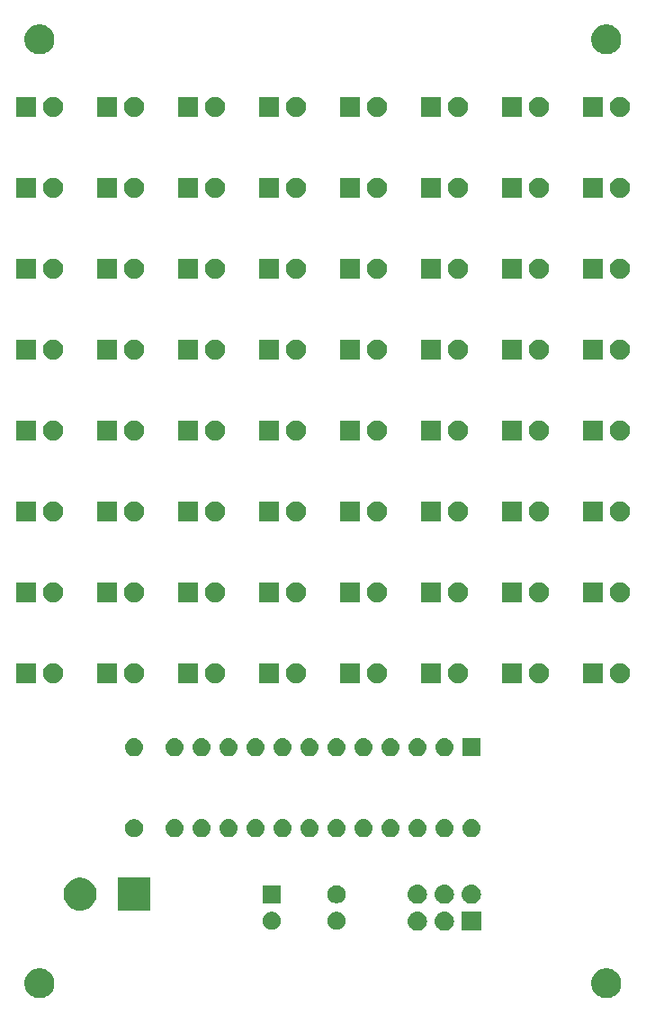
<source format=gts>
G04 #@! TF.GenerationSoftware,KiCad,Pcbnew,(5.1.0)-1*
G04 #@! TF.CreationDate,2023-04-17T19:30:15-07:00*
G04 #@! TF.ProjectId,LED_Matrix_7219,4c45445f-4d61-4747-9269-785f37323139,rev?*
G04 #@! TF.SameCoordinates,PXffd93e20PY525bfc0*
G04 #@! TF.FileFunction,Soldermask,Top*
G04 #@! TF.FilePolarity,Negative*
%FSLAX45Y45*%
G04 Gerber Fmt 4.5, Leading zero omitted, Abs format (unit mm)*
G04 Created by KiCad (PCBNEW (5.1.0)-1) date 2023-04-17 19:30:15*
%MOMM*%
%LPD*%
G04 APERTURE LIST*
%ADD10C,0.100000*%
G04 APERTURE END LIST*
D10*
G36*
X5746843Y517511D02*
G01*
X5755866Y515716D01*
X5766427Y511341D01*
X5781362Y505155D01*
X5781362Y505155D01*
X5804309Y489823D01*
X5823823Y470309D01*
X5834067Y454976D01*
X5839155Y447362D01*
X5849716Y421866D01*
X5855100Y394799D01*
X5855100Y367201D01*
X5849716Y340134D01*
X5839155Y314638D01*
X5839155Y314638D01*
X5823823Y291691D01*
X5804309Y272177D01*
X5788976Y261932D01*
X5781362Y256845D01*
X5766427Y250658D01*
X5755866Y246284D01*
X5746843Y244489D01*
X5728799Y240900D01*
X5701201Y240900D01*
X5683157Y244489D01*
X5674134Y246284D01*
X5663573Y250658D01*
X5648638Y256845D01*
X5641024Y261932D01*
X5625691Y272177D01*
X5606177Y291691D01*
X5590845Y314638D01*
X5590845Y314638D01*
X5580284Y340134D01*
X5574900Y367201D01*
X5574900Y394799D01*
X5580284Y421866D01*
X5590845Y447362D01*
X5595932Y454976D01*
X5606177Y470309D01*
X5625691Y489823D01*
X5648638Y505155D01*
X5648638Y505155D01*
X5663573Y511341D01*
X5674134Y515716D01*
X5683157Y517511D01*
X5701201Y521100D01*
X5728799Y521100D01*
X5746843Y517511D01*
X5746843Y517511D01*
G37*
G36*
X412843Y517511D02*
G01*
X421866Y515716D01*
X432427Y511341D01*
X447362Y505155D01*
X447362Y505155D01*
X470309Y489823D01*
X489823Y470309D01*
X500067Y454976D01*
X505155Y447362D01*
X515716Y421866D01*
X521100Y394799D01*
X521100Y367201D01*
X515716Y340134D01*
X505155Y314638D01*
X505155Y314638D01*
X489823Y291691D01*
X470309Y272177D01*
X454976Y261932D01*
X447362Y256845D01*
X432427Y250658D01*
X421866Y246284D01*
X412843Y244489D01*
X394799Y240900D01*
X367201Y240900D01*
X349157Y244489D01*
X340134Y246284D01*
X329573Y250658D01*
X314638Y256845D01*
X307024Y261932D01*
X291691Y272177D01*
X272177Y291691D01*
X256845Y314638D01*
X256845Y314638D01*
X246284Y340134D01*
X240900Y367201D01*
X240900Y394799D01*
X246284Y421866D01*
X256845Y447362D01*
X261932Y454976D01*
X272177Y470309D01*
X291691Y489823D01*
X314638Y505155D01*
X314638Y505155D01*
X329573Y511341D01*
X340134Y515716D01*
X349157Y517511D01*
X367201Y521100D01*
X394799Y521100D01*
X412843Y517511D01*
X412843Y517511D01*
G37*
G36*
X4535100Y875100D02*
G01*
X4354900Y875100D01*
X4354900Y1055300D01*
X4535100Y1055300D01*
X4535100Y875100D01*
X4535100Y875100D01*
G37*
G36*
X4202044Y1054648D02*
G01*
X4208663Y1053996D01*
X4225647Y1048844D01*
X4241299Y1040478D01*
X4244873Y1037545D01*
X4255019Y1029219D01*
X4259754Y1023448D01*
X4266278Y1015499D01*
X4274644Y999847D01*
X4279796Y982863D01*
X4281536Y965200D01*
X4279796Y947537D01*
X4274644Y930553D01*
X4274644Y930553D01*
X4273755Y928890D01*
X4266278Y914901D01*
X4263345Y911327D01*
X4255019Y901181D01*
X4244873Y892855D01*
X4241299Y889922D01*
X4225647Y881556D01*
X4208663Y876404D01*
X4202044Y875752D01*
X4195426Y875100D01*
X4186574Y875100D01*
X4179956Y875752D01*
X4173337Y876404D01*
X4156353Y881556D01*
X4140701Y889922D01*
X4137127Y892855D01*
X4126981Y901181D01*
X4118655Y911327D01*
X4115722Y914901D01*
X4108245Y928890D01*
X4107356Y930553D01*
X4107356Y930553D01*
X4102204Y947537D01*
X4100464Y965200D01*
X4102204Y982863D01*
X4107356Y999847D01*
X4115722Y1015499D01*
X4122246Y1023448D01*
X4126981Y1029219D01*
X4137127Y1037545D01*
X4140701Y1040478D01*
X4156353Y1048844D01*
X4173337Y1053996D01*
X4179956Y1054648D01*
X4186574Y1055300D01*
X4195426Y1055300D01*
X4202044Y1054648D01*
X4202044Y1054648D01*
G37*
G36*
X3948044Y1054648D02*
G01*
X3954663Y1053996D01*
X3971647Y1048844D01*
X3987299Y1040478D01*
X3990873Y1037545D01*
X4001019Y1029219D01*
X4005754Y1023448D01*
X4012278Y1015499D01*
X4020644Y999847D01*
X4025796Y982863D01*
X4027536Y965200D01*
X4025796Y947537D01*
X4020644Y930553D01*
X4020644Y930553D01*
X4019755Y928890D01*
X4012278Y914901D01*
X4009345Y911327D01*
X4001019Y901181D01*
X3990873Y892855D01*
X3987299Y889922D01*
X3971647Y881556D01*
X3954663Y876404D01*
X3948044Y875752D01*
X3941426Y875100D01*
X3932574Y875100D01*
X3925956Y875752D01*
X3919337Y876404D01*
X3902353Y881556D01*
X3886701Y889922D01*
X3883127Y892855D01*
X3872981Y901181D01*
X3864655Y911327D01*
X3861722Y914901D01*
X3854245Y928890D01*
X3853356Y930553D01*
X3853356Y930553D01*
X3848204Y947537D01*
X3846464Y965200D01*
X3848204Y982863D01*
X3853356Y999847D01*
X3861722Y1015499D01*
X3868246Y1023448D01*
X3872981Y1029219D01*
X3883127Y1037545D01*
X3886701Y1040478D01*
X3902353Y1048844D01*
X3919337Y1053996D01*
X3925956Y1054648D01*
X3932574Y1055300D01*
X3941426Y1055300D01*
X3948044Y1054648D01*
X3948044Y1054648D01*
G37*
G36*
X3199823Y1051030D02*
G01*
X3215310Y1044615D01*
X3229248Y1035301D01*
X3241101Y1023448D01*
X3250415Y1009510D01*
X3256830Y994023D01*
X3260100Y977582D01*
X3260100Y960818D01*
X3256830Y944377D01*
X3250415Y928890D01*
X3241101Y914952D01*
X3229248Y903098D01*
X3215310Y893785D01*
X3199823Y887370D01*
X3183382Y884100D01*
X3166618Y884100D01*
X3150177Y887370D01*
X3134690Y893785D01*
X3120752Y903098D01*
X3108898Y914952D01*
X3099585Y928890D01*
X3093170Y944377D01*
X3089900Y960818D01*
X3089900Y977582D01*
X3093170Y994023D01*
X3099585Y1009510D01*
X3108898Y1023448D01*
X3120752Y1035301D01*
X3134690Y1044615D01*
X3150177Y1051030D01*
X3166618Y1054300D01*
X3183382Y1054300D01*
X3199823Y1051030D01*
X3199823Y1051030D01*
G37*
G36*
X2590223Y1051030D02*
G01*
X2605710Y1044615D01*
X2619648Y1035301D01*
X2631502Y1023448D01*
X2640815Y1009510D01*
X2647230Y994023D01*
X2650500Y977582D01*
X2650500Y960818D01*
X2647230Y944377D01*
X2640815Y928890D01*
X2631502Y914952D01*
X2619648Y903098D01*
X2605710Y893785D01*
X2590223Y887370D01*
X2573782Y884100D01*
X2557018Y884100D01*
X2540577Y887370D01*
X2525090Y893785D01*
X2511152Y903098D01*
X2499299Y914952D01*
X2489985Y928890D01*
X2483570Y944377D01*
X2480300Y960818D01*
X2480300Y977582D01*
X2483570Y994023D01*
X2489985Y1009510D01*
X2499299Y1023448D01*
X2511152Y1035301D01*
X2525090Y1044615D01*
X2540577Y1051030D01*
X2557018Y1054300D01*
X2573782Y1054300D01*
X2590223Y1051030D01*
X2590223Y1051030D01*
G37*
G36*
X1425100Y1064100D02*
G01*
X1114900Y1064100D01*
X1114900Y1374300D01*
X1425100Y1374300D01*
X1425100Y1064100D01*
X1425100Y1064100D01*
G37*
G36*
X792258Y1371320D02*
G01*
X807241Y1368340D01*
X835467Y1356648D01*
X860870Y1339674D01*
X882474Y1318071D01*
X899448Y1292667D01*
X911140Y1264441D01*
X917100Y1234476D01*
X917100Y1203924D01*
X911140Y1173959D01*
X899448Y1145733D01*
X882474Y1120330D01*
X860870Y1098726D01*
X835467Y1081752D01*
X807241Y1070060D01*
X792258Y1067080D01*
X777276Y1064100D01*
X746724Y1064100D01*
X731741Y1067080D01*
X716759Y1070060D01*
X688533Y1081752D01*
X663130Y1098726D01*
X641526Y1120330D01*
X624552Y1145733D01*
X612860Y1173959D01*
X606900Y1203924D01*
X606900Y1234476D01*
X612860Y1264441D01*
X624552Y1292667D01*
X641526Y1318071D01*
X663130Y1339674D01*
X688533Y1356648D01*
X716759Y1368340D01*
X731741Y1371320D01*
X746724Y1374300D01*
X777276Y1374300D01*
X792258Y1371320D01*
X792258Y1371320D01*
G37*
G36*
X4202044Y1308648D02*
G01*
X4208663Y1307996D01*
X4225647Y1302844D01*
X4241299Y1294478D01*
X4243505Y1292667D01*
X4255019Y1283219D01*
X4263037Y1273448D01*
X4266278Y1269499D01*
X4274644Y1253847D01*
X4279796Y1236863D01*
X4281536Y1219200D01*
X4279796Y1201537D01*
X4274644Y1184553D01*
X4266278Y1168901D01*
X4263345Y1165327D01*
X4255019Y1155181D01*
X4244873Y1146855D01*
X4241299Y1143922D01*
X4225647Y1135556D01*
X4208663Y1130404D01*
X4202044Y1129752D01*
X4195426Y1129100D01*
X4186574Y1129100D01*
X4179956Y1129752D01*
X4173337Y1130404D01*
X4156353Y1135556D01*
X4140701Y1143922D01*
X4137127Y1146855D01*
X4126981Y1155181D01*
X4118655Y1165327D01*
X4115722Y1168901D01*
X4107356Y1184553D01*
X4102204Y1201537D01*
X4100464Y1219200D01*
X4102204Y1236863D01*
X4107356Y1253847D01*
X4115722Y1269499D01*
X4118963Y1273448D01*
X4126981Y1283219D01*
X4138495Y1292667D01*
X4140701Y1294478D01*
X4156353Y1302844D01*
X4173337Y1307996D01*
X4179956Y1308648D01*
X4186574Y1309300D01*
X4195426Y1309300D01*
X4202044Y1308648D01*
X4202044Y1308648D01*
G37*
G36*
X4456044Y1308648D02*
G01*
X4462663Y1307996D01*
X4479647Y1302844D01*
X4495299Y1294478D01*
X4497505Y1292667D01*
X4509019Y1283219D01*
X4517037Y1273448D01*
X4520278Y1269499D01*
X4528644Y1253847D01*
X4533796Y1236863D01*
X4535536Y1219200D01*
X4533796Y1201537D01*
X4528644Y1184553D01*
X4520278Y1168901D01*
X4517345Y1165327D01*
X4509019Y1155181D01*
X4498873Y1146855D01*
X4495299Y1143922D01*
X4479647Y1135556D01*
X4462663Y1130404D01*
X4456044Y1129752D01*
X4449426Y1129100D01*
X4440574Y1129100D01*
X4433956Y1129752D01*
X4427337Y1130404D01*
X4410353Y1135556D01*
X4394701Y1143922D01*
X4391127Y1146855D01*
X4380981Y1155181D01*
X4372655Y1165327D01*
X4369722Y1168901D01*
X4361356Y1184553D01*
X4356204Y1201537D01*
X4354464Y1219200D01*
X4356204Y1236863D01*
X4361356Y1253847D01*
X4369722Y1269499D01*
X4372963Y1273448D01*
X4380981Y1283219D01*
X4392495Y1292667D01*
X4394701Y1294478D01*
X4410353Y1302844D01*
X4427337Y1307996D01*
X4433956Y1308648D01*
X4440574Y1309300D01*
X4449426Y1309300D01*
X4456044Y1308648D01*
X4456044Y1308648D01*
G37*
G36*
X3948044Y1308648D02*
G01*
X3954663Y1307996D01*
X3971647Y1302844D01*
X3987299Y1294478D01*
X3989505Y1292667D01*
X4001019Y1283219D01*
X4009037Y1273448D01*
X4012278Y1269499D01*
X4020644Y1253847D01*
X4025796Y1236863D01*
X4027536Y1219200D01*
X4025796Y1201537D01*
X4020644Y1184553D01*
X4012278Y1168901D01*
X4009345Y1165327D01*
X4001019Y1155181D01*
X3990873Y1146855D01*
X3987299Y1143922D01*
X3971647Y1135556D01*
X3954663Y1130404D01*
X3948044Y1129752D01*
X3941426Y1129100D01*
X3932574Y1129100D01*
X3925956Y1129752D01*
X3919337Y1130404D01*
X3902353Y1135556D01*
X3886701Y1143922D01*
X3883127Y1146855D01*
X3872981Y1155181D01*
X3864655Y1165327D01*
X3861722Y1168901D01*
X3853356Y1184553D01*
X3848204Y1201537D01*
X3846464Y1219200D01*
X3848204Y1236863D01*
X3853356Y1253847D01*
X3861722Y1269499D01*
X3864963Y1273448D01*
X3872981Y1283219D01*
X3884495Y1292667D01*
X3886701Y1294478D01*
X3902353Y1302844D01*
X3919337Y1307996D01*
X3925956Y1308648D01*
X3932574Y1309300D01*
X3941426Y1309300D01*
X3948044Y1308648D01*
X3948044Y1308648D01*
G37*
G36*
X2650500Y1134100D02*
G01*
X2480300Y1134100D01*
X2480300Y1304300D01*
X2650500Y1304300D01*
X2650500Y1134100D01*
X2650500Y1134100D01*
G37*
G36*
X3199823Y1301030D02*
G01*
X3215310Y1294615D01*
X3229248Y1285302D01*
X3241101Y1273448D01*
X3250415Y1259510D01*
X3256830Y1244023D01*
X3260100Y1227582D01*
X3260100Y1210818D01*
X3256830Y1194377D01*
X3250415Y1178890D01*
X3241101Y1164952D01*
X3229248Y1153099D01*
X3215310Y1143785D01*
X3199823Y1137370D01*
X3183382Y1134100D01*
X3166618Y1134100D01*
X3150177Y1137370D01*
X3134690Y1143785D01*
X3120752Y1153099D01*
X3108898Y1164952D01*
X3099585Y1178890D01*
X3093170Y1194377D01*
X3089900Y1210818D01*
X3089900Y1227582D01*
X3093170Y1244023D01*
X3099585Y1259510D01*
X3108898Y1273448D01*
X3120752Y1285302D01*
X3134690Y1294615D01*
X3150177Y1301030D01*
X3166618Y1304300D01*
X3183382Y1304300D01*
X3199823Y1301030D01*
X3199823Y1301030D01*
G37*
G36*
X4461682Y1925369D02*
G01*
X4477724Y1920502D01*
X4484436Y1916915D01*
X4492508Y1912600D01*
X4505466Y1901966D01*
X4516100Y1889008D01*
X4516101Y1889008D01*
X4524002Y1874224D01*
X4528869Y1858182D01*
X4530512Y1841500D01*
X4528869Y1824818D01*
X4524002Y1808776D01*
X4519948Y1801190D01*
X4516100Y1793992D01*
X4505466Y1781034D01*
X4492508Y1770400D01*
X4492508Y1770399D01*
X4477724Y1762498D01*
X4461682Y1757631D01*
X4449180Y1756400D01*
X4440820Y1756400D01*
X4428318Y1757631D01*
X4412276Y1762498D01*
X4397492Y1770399D01*
X4397492Y1770400D01*
X4384534Y1781034D01*
X4373900Y1793992D01*
X4370052Y1801190D01*
X4365998Y1808776D01*
X4361131Y1824818D01*
X4359488Y1841500D01*
X4361131Y1858182D01*
X4365998Y1874224D01*
X4373900Y1889008D01*
X4373900Y1889008D01*
X4384534Y1901966D01*
X4397492Y1912600D01*
X4405564Y1916915D01*
X4412276Y1920502D01*
X4428318Y1925369D01*
X4440820Y1926600D01*
X4449180Y1926600D01*
X4461682Y1925369D01*
X4461682Y1925369D01*
G37*
G36*
X3953682Y1925369D02*
G01*
X3969724Y1920502D01*
X3976436Y1916915D01*
X3984508Y1912600D01*
X3997466Y1901966D01*
X4008100Y1889008D01*
X4008100Y1889008D01*
X4016002Y1874224D01*
X4020869Y1858182D01*
X4022512Y1841500D01*
X4020869Y1824818D01*
X4016002Y1808776D01*
X4011948Y1801190D01*
X4008100Y1793992D01*
X3997466Y1781034D01*
X3984508Y1770400D01*
X3984508Y1770399D01*
X3969724Y1762498D01*
X3953682Y1757631D01*
X3941180Y1756400D01*
X3932820Y1756400D01*
X3920318Y1757631D01*
X3904276Y1762498D01*
X3889492Y1770399D01*
X3889492Y1770400D01*
X3876534Y1781034D01*
X3865900Y1793992D01*
X3862052Y1801190D01*
X3857998Y1808776D01*
X3853131Y1824818D01*
X3851488Y1841500D01*
X3853131Y1858182D01*
X3857998Y1874224D01*
X3865899Y1889008D01*
X3865900Y1889008D01*
X3876534Y1901966D01*
X3889492Y1912600D01*
X3897564Y1916915D01*
X3904276Y1920502D01*
X3920318Y1925369D01*
X3932820Y1926600D01*
X3941180Y1926600D01*
X3953682Y1925369D01*
X3953682Y1925369D01*
G37*
G36*
X4207682Y1925369D02*
G01*
X4223724Y1920502D01*
X4230436Y1916915D01*
X4238508Y1912600D01*
X4251466Y1901966D01*
X4262100Y1889008D01*
X4262101Y1889008D01*
X4270002Y1874224D01*
X4274869Y1858182D01*
X4276512Y1841500D01*
X4274869Y1824818D01*
X4270002Y1808776D01*
X4265948Y1801190D01*
X4262100Y1793992D01*
X4251466Y1781034D01*
X4238508Y1770400D01*
X4238508Y1770399D01*
X4223724Y1762498D01*
X4207682Y1757631D01*
X4195180Y1756400D01*
X4186820Y1756400D01*
X4174318Y1757631D01*
X4158276Y1762498D01*
X4143492Y1770399D01*
X4143492Y1770400D01*
X4130534Y1781034D01*
X4119900Y1793992D01*
X4116052Y1801190D01*
X4111998Y1808776D01*
X4107131Y1824818D01*
X4105488Y1841500D01*
X4107131Y1858182D01*
X4111998Y1874224D01*
X4119899Y1889008D01*
X4119900Y1889008D01*
X4130534Y1901966D01*
X4143492Y1912600D01*
X4151564Y1916915D01*
X4158276Y1920502D01*
X4174318Y1925369D01*
X4186820Y1926600D01*
X4195180Y1926600D01*
X4207682Y1925369D01*
X4207682Y1925369D01*
G37*
G36*
X2937682Y1925369D02*
G01*
X2953724Y1920502D01*
X2960436Y1916915D01*
X2968508Y1912600D01*
X2981466Y1901966D01*
X2992100Y1889008D01*
X2992100Y1889008D01*
X3000002Y1874224D01*
X3004869Y1858182D01*
X3006512Y1841500D01*
X3004869Y1824818D01*
X3000002Y1808776D01*
X2995948Y1801190D01*
X2992100Y1793992D01*
X2981466Y1781034D01*
X2968508Y1770400D01*
X2968508Y1770399D01*
X2953724Y1762498D01*
X2937682Y1757631D01*
X2925180Y1756400D01*
X2916820Y1756400D01*
X2904318Y1757631D01*
X2888276Y1762498D01*
X2873492Y1770399D01*
X2873492Y1770400D01*
X2860534Y1781034D01*
X2849900Y1793992D01*
X2846052Y1801190D01*
X2841998Y1808776D01*
X2837131Y1824818D01*
X2835488Y1841500D01*
X2837131Y1858182D01*
X2841998Y1874224D01*
X2849899Y1889008D01*
X2849900Y1889008D01*
X2860534Y1901966D01*
X2873492Y1912600D01*
X2881564Y1916915D01*
X2888276Y1920502D01*
X2904318Y1925369D01*
X2916820Y1926600D01*
X2925180Y1926600D01*
X2937682Y1925369D01*
X2937682Y1925369D01*
G37*
G36*
X3191682Y1925369D02*
G01*
X3207724Y1920502D01*
X3214436Y1916915D01*
X3222508Y1912600D01*
X3235466Y1901966D01*
X3246100Y1889008D01*
X3246100Y1889008D01*
X3254002Y1874224D01*
X3258869Y1858182D01*
X3260512Y1841500D01*
X3258869Y1824818D01*
X3254002Y1808776D01*
X3249948Y1801190D01*
X3246100Y1793992D01*
X3235466Y1781034D01*
X3222508Y1770400D01*
X3222508Y1770399D01*
X3207724Y1762498D01*
X3191682Y1757631D01*
X3179180Y1756400D01*
X3170820Y1756400D01*
X3158318Y1757631D01*
X3142276Y1762498D01*
X3127492Y1770399D01*
X3127492Y1770400D01*
X3114534Y1781034D01*
X3103900Y1793992D01*
X3100052Y1801190D01*
X3095998Y1808776D01*
X3091131Y1824818D01*
X3089488Y1841500D01*
X3091131Y1858182D01*
X3095998Y1874224D01*
X3103899Y1889008D01*
X3103900Y1889008D01*
X3114534Y1901966D01*
X3127492Y1912600D01*
X3135564Y1916915D01*
X3142276Y1920502D01*
X3158318Y1925369D01*
X3170820Y1926600D01*
X3179180Y1926600D01*
X3191682Y1925369D01*
X3191682Y1925369D01*
G37*
G36*
X3445682Y1925369D02*
G01*
X3461724Y1920502D01*
X3468436Y1916915D01*
X3476508Y1912600D01*
X3489466Y1901966D01*
X3500100Y1889008D01*
X3500100Y1889008D01*
X3508002Y1874224D01*
X3512869Y1858182D01*
X3514512Y1841500D01*
X3512869Y1824818D01*
X3508002Y1808776D01*
X3503948Y1801190D01*
X3500100Y1793992D01*
X3489466Y1781034D01*
X3476508Y1770400D01*
X3476508Y1770399D01*
X3461724Y1762498D01*
X3445682Y1757631D01*
X3433180Y1756400D01*
X3424820Y1756400D01*
X3412318Y1757631D01*
X3396276Y1762498D01*
X3381492Y1770399D01*
X3381492Y1770400D01*
X3368534Y1781034D01*
X3357900Y1793992D01*
X3354052Y1801190D01*
X3349998Y1808776D01*
X3345131Y1824818D01*
X3343488Y1841500D01*
X3345131Y1858182D01*
X3349998Y1874224D01*
X3357899Y1889008D01*
X3357900Y1889008D01*
X3368534Y1901966D01*
X3381492Y1912600D01*
X3389564Y1916915D01*
X3396276Y1920502D01*
X3412318Y1925369D01*
X3424820Y1926600D01*
X3433180Y1926600D01*
X3445682Y1925369D01*
X3445682Y1925369D01*
G37*
G36*
X1667682Y1925369D02*
G01*
X1683724Y1920502D01*
X1690436Y1916915D01*
X1698508Y1912600D01*
X1711466Y1901966D01*
X1722100Y1889008D01*
X1722100Y1889008D01*
X1730002Y1874224D01*
X1734869Y1858182D01*
X1736512Y1841500D01*
X1734869Y1824818D01*
X1730002Y1808776D01*
X1725948Y1801190D01*
X1722100Y1793992D01*
X1711466Y1781034D01*
X1698508Y1770400D01*
X1698508Y1770399D01*
X1683724Y1762498D01*
X1667682Y1757631D01*
X1655180Y1756400D01*
X1646820Y1756400D01*
X1634318Y1757631D01*
X1618276Y1762498D01*
X1603492Y1770399D01*
X1603492Y1770400D01*
X1590534Y1781034D01*
X1579900Y1793992D01*
X1576052Y1801190D01*
X1571998Y1808776D01*
X1567131Y1824818D01*
X1565488Y1841500D01*
X1567131Y1858182D01*
X1571998Y1874224D01*
X1579899Y1889008D01*
X1579900Y1889008D01*
X1590534Y1901966D01*
X1603492Y1912600D01*
X1611564Y1916915D01*
X1618276Y1920502D01*
X1634318Y1925369D01*
X1646820Y1926600D01*
X1655180Y1926600D01*
X1667682Y1925369D01*
X1667682Y1925369D01*
G37*
G36*
X1921682Y1925369D02*
G01*
X1937724Y1920502D01*
X1944436Y1916915D01*
X1952508Y1912600D01*
X1965466Y1901966D01*
X1976100Y1889008D01*
X1976100Y1889008D01*
X1984002Y1874224D01*
X1988869Y1858182D01*
X1990512Y1841500D01*
X1988869Y1824818D01*
X1984002Y1808776D01*
X1979948Y1801190D01*
X1976100Y1793992D01*
X1965466Y1781034D01*
X1952508Y1770400D01*
X1952508Y1770399D01*
X1937724Y1762498D01*
X1921682Y1757631D01*
X1909180Y1756400D01*
X1900820Y1756400D01*
X1888318Y1757631D01*
X1872276Y1762498D01*
X1857492Y1770399D01*
X1857492Y1770400D01*
X1844534Y1781034D01*
X1833900Y1793992D01*
X1830052Y1801190D01*
X1825998Y1808776D01*
X1821131Y1824818D01*
X1819488Y1841500D01*
X1821131Y1858182D01*
X1825998Y1874224D01*
X1833899Y1889008D01*
X1833900Y1889008D01*
X1844534Y1901966D01*
X1857492Y1912600D01*
X1865564Y1916915D01*
X1872276Y1920502D01*
X1888318Y1925369D01*
X1900820Y1926600D01*
X1909180Y1926600D01*
X1921682Y1925369D01*
X1921682Y1925369D01*
G37*
G36*
X2175682Y1925369D02*
G01*
X2191724Y1920502D01*
X2198436Y1916915D01*
X2206508Y1912600D01*
X2219466Y1901966D01*
X2230100Y1889008D01*
X2230101Y1889008D01*
X2238002Y1874224D01*
X2242869Y1858182D01*
X2244512Y1841500D01*
X2242869Y1824818D01*
X2238002Y1808776D01*
X2233948Y1801190D01*
X2230100Y1793992D01*
X2219466Y1781034D01*
X2206508Y1770400D01*
X2206508Y1770399D01*
X2191724Y1762498D01*
X2175682Y1757631D01*
X2163180Y1756400D01*
X2154820Y1756400D01*
X2142318Y1757631D01*
X2126276Y1762498D01*
X2111492Y1770399D01*
X2111492Y1770400D01*
X2098534Y1781034D01*
X2087900Y1793992D01*
X2084052Y1801190D01*
X2079998Y1808776D01*
X2075131Y1824818D01*
X2073488Y1841500D01*
X2075131Y1858182D01*
X2079998Y1874224D01*
X2087899Y1889008D01*
X2087900Y1889008D01*
X2098534Y1901966D01*
X2111492Y1912600D01*
X2119564Y1916915D01*
X2126276Y1920502D01*
X2142318Y1925369D01*
X2154820Y1926600D01*
X2163180Y1926600D01*
X2175682Y1925369D01*
X2175682Y1925369D01*
G37*
G36*
X2683682Y1925369D02*
G01*
X2699724Y1920502D01*
X2706436Y1916915D01*
X2714508Y1912600D01*
X2727466Y1901966D01*
X2738100Y1889008D01*
X2738101Y1889008D01*
X2746002Y1874224D01*
X2750869Y1858182D01*
X2752512Y1841500D01*
X2750869Y1824818D01*
X2746002Y1808776D01*
X2741948Y1801190D01*
X2738100Y1793992D01*
X2727466Y1781034D01*
X2714508Y1770400D01*
X2714508Y1770399D01*
X2699724Y1762498D01*
X2683682Y1757631D01*
X2671180Y1756400D01*
X2662820Y1756400D01*
X2650318Y1757631D01*
X2634276Y1762498D01*
X2619492Y1770399D01*
X2619492Y1770400D01*
X2606534Y1781034D01*
X2595900Y1793992D01*
X2592052Y1801190D01*
X2587998Y1808776D01*
X2583131Y1824818D01*
X2581488Y1841500D01*
X2583131Y1858182D01*
X2587998Y1874224D01*
X2595900Y1889008D01*
X2595900Y1889008D01*
X2606534Y1901966D01*
X2619492Y1912600D01*
X2627564Y1916915D01*
X2634276Y1920502D01*
X2650318Y1925369D01*
X2662820Y1926600D01*
X2671180Y1926600D01*
X2683682Y1925369D01*
X2683682Y1925369D01*
G37*
G36*
X2429682Y1925369D02*
G01*
X2445724Y1920502D01*
X2452436Y1916915D01*
X2460508Y1912600D01*
X2473466Y1901966D01*
X2484100Y1889008D01*
X2484101Y1889008D01*
X2492002Y1874224D01*
X2496869Y1858182D01*
X2498512Y1841500D01*
X2496869Y1824818D01*
X2492002Y1808776D01*
X2487948Y1801190D01*
X2484100Y1793992D01*
X2473466Y1781034D01*
X2460508Y1770400D01*
X2460508Y1770399D01*
X2445724Y1762498D01*
X2429682Y1757631D01*
X2417180Y1756400D01*
X2408820Y1756400D01*
X2396318Y1757631D01*
X2380276Y1762498D01*
X2365492Y1770399D01*
X2365492Y1770400D01*
X2352534Y1781034D01*
X2341900Y1793992D01*
X2338052Y1801190D01*
X2333998Y1808776D01*
X2329131Y1824818D01*
X2327488Y1841500D01*
X2329131Y1858182D01*
X2333998Y1874224D01*
X2341900Y1889008D01*
X2341900Y1889008D01*
X2352534Y1901966D01*
X2365492Y1912600D01*
X2373564Y1916915D01*
X2380276Y1920502D01*
X2396318Y1925369D01*
X2408820Y1926600D01*
X2417180Y1926600D01*
X2429682Y1925369D01*
X2429682Y1925369D01*
G37*
G36*
X1294823Y1923330D02*
G01*
X1310310Y1916915D01*
X1324248Y1907601D01*
X1336102Y1895748D01*
X1345415Y1881810D01*
X1351830Y1866323D01*
X1355100Y1849882D01*
X1355100Y1833118D01*
X1351830Y1816677D01*
X1345415Y1801190D01*
X1336102Y1787252D01*
X1324248Y1775398D01*
X1310310Y1766085D01*
X1294823Y1759670D01*
X1278382Y1756400D01*
X1261618Y1756400D01*
X1245177Y1759670D01*
X1229690Y1766085D01*
X1215752Y1775398D01*
X1203899Y1787252D01*
X1194585Y1801190D01*
X1188170Y1816677D01*
X1184900Y1833118D01*
X1184900Y1849882D01*
X1188170Y1866323D01*
X1194585Y1881810D01*
X1203899Y1895748D01*
X1215752Y1907601D01*
X1229690Y1916915D01*
X1245177Y1923330D01*
X1261618Y1926600D01*
X1278382Y1926600D01*
X1294823Y1923330D01*
X1294823Y1923330D01*
G37*
G36*
X3699682Y1925369D02*
G01*
X3715724Y1920502D01*
X3722436Y1916915D01*
X3730508Y1912600D01*
X3743466Y1901966D01*
X3754100Y1889008D01*
X3754100Y1889008D01*
X3762002Y1874224D01*
X3766869Y1858182D01*
X3768512Y1841500D01*
X3766869Y1824818D01*
X3762002Y1808776D01*
X3757948Y1801190D01*
X3754100Y1793992D01*
X3743466Y1781034D01*
X3730508Y1770400D01*
X3730508Y1770399D01*
X3715724Y1762498D01*
X3699682Y1757631D01*
X3687180Y1756400D01*
X3678820Y1756400D01*
X3666318Y1757631D01*
X3650276Y1762498D01*
X3635492Y1770399D01*
X3635492Y1770400D01*
X3622534Y1781034D01*
X3611900Y1793992D01*
X3608052Y1801190D01*
X3603998Y1808776D01*
X3599131Y1824818D01*
X3597488Y1841500D01*
X3599131Y1858182D01*
X3603998Y1874224D01*
X3611899Y1889008D01*
X3611900Y1889008D01*
X3622534Y1901966D01*
X3635492Y1912600D01*
X3643564Y1916915D01*
X3650276Y1920502D01*
X3666318Y1925369D01*
X3678820Y1926600D01*
X3687180Y1926600D01*
X3699682Y1925369D01*
X3699682Y1925369D01*
G37*
G36*
X3953682Y2687369D02*
G01*
X3969724Y2682502D01*
X3982991Y2675411D01*
X3984508Y2674600D01*
X3997466Y2663966D01*
X4008100Y2651008D01*
X4008100Y2651008D01*
X4016002Y2636224D01*
X4020869Y2620182D01*
X4022512Y2603500D01*
X4020869Y2586818D01*
X4016002Y2570776D01*
X4008911Y2557509D01*
X4008100Y2555992D01*
X3997466Y2543034D01*
X3984508Y2532400D01*
X3984508Y2532400D01*
X3969724Y2524498D01*
X3953682Y2519631D01*
X3941180Y2518400D01*
X3932820Y2518400D01*
X3920318Y2519631D01*
X3904276Y2524498D01*
X3889492Y2532400D01*
X3889492Y2532400D01*
X3876534Y2543034D01*
X3865900Y2555992D01*
X3865089Y2557509D01*
X3857998Y2570776D01*
X3853131Y2586818D01*
X3851488Y2603500D01*
X3853131Y2620182D01*
X3857998Y2636224D01*
X3865899Y2651008D01*
X3865900Y2651008D01*
X3876534Y2663966D01*
X3889492Y2674600D01*
X3891009Y2675411D01*
X3904276Y2682502D01*
X3920318Y2687369D01*
X3932820Y2688600D01*
X3941180Y2688600D01*
X3953682Y2687369D01*
X3953682Y2687369D01*
G37*
G36*
X3191682Y2687369D02*
G01*
X3207724Y2682502D01*
X3220991Y2675411D01*
X3222508Y2674600D01*
X3235466Y2663966D01*
X3246100Y2651008D01*
X3246100Y2651008D01*
X3254002Y2636224D01*
X3258869Y2620182D01*
X3260512Y2603500D01*
X3258869Y2586818D01*
X3254002Y2570776D01*
X3246911Y2557509D01*
X3246100Y2555992D01*
X3235466Y2543034D01*
X3222508Y2532400D01*
X3222508Y2532400D01*
X3207724Y2524498D01*
X3191682Y2519631D01*
X3179180Y2518400D01*
X3170820Y2518400D01*
X3158318Y2519631D01*
X3142276Y2524498D01*
X3127492Y2532400D01*
X3127492Y2532400D01*
X3114534Y2543034D01*
X3103900Y2555992D01*
X3103089Y2557509D01*
X3095998Y2570776D01*
X3091131Y2586818D01*
X3089488Y2603500D01*
X3091131Y2620182D01*
X3095998Y2636224D01*
X3103899Y2651008D01*
X3103900Y2651008D01*
X3114534Y2663966D01*
X3127492Y2674600D01*
X3129009Y2675411D01*
X3142276Y2682502D01*
X3158318Y2687369D01*
X3170820Y2688600D01*
X3179180Y2688600D01*
X3191682Y2687369D01*
X3191682Y2687369D01*
G37*
G36*
X2937682Y2687369D02*
G01*
X2953724Y2682502D01*
X2966991Y2675411D01*
X2968508Y2674600D01*
X2981466Y2663966D01*
X2992100Y2651008D01*
X2992100Y2651008D01*
X3000002Y2636224D01*
X3004869Y2620182D01*
X3006512Y2603500D01*
X3004869Y2586818D01*
X3000002Y2570776D01*
X2992911Y2557509D01*
X2992100Y2555992D01*
X2981466Y2543034D01*
X2968508Y2532400D01*
X2968508Y2532400D01*
X2953724Y2524498D01*
X2937682Y2519631D01*
X2925180Y2518400D01*
X2916820Y2518400D01*
X2904318Y2519631D01*
X2888276Y2524498D01*
X2873492Y2532400D01*
X2873492Y2532400D01*
X2860534Y2543034D01*
X2849900Y2555992D01*
X2849089Y2557509D01*
X2841998Y2570776D01*
X2837131Y2586818D01*
X2835488Y2603500D01*
X2837131Y2620182D01*
X2841998Y2636224D01*
X2849899Y2651008D01*
X2849900Y2651008D01*
X2860534Y2663966D01*
X2873492Y2674600D01*
X2875009Y2675411D01*
X2888276Y2682502D01*
X2904318Y2687369D01*
X2916820Y2688600D01*
X2925180Y2688600D01*
X2937682Y2687369D01*
X2937682Y2687369D01*
G37*
G36*
X3445682Y2687369D02*
G01*
X3461724Y2682502D01*
X3474991Y2675411D01*
X3476508Y2674600D01*
X3489466Y2663966D01*
X3500100Y2651008D01*
X3500100Y2651008D01*
X3508002Y2636224D01*
X3512869Y2620182D01*
X3514512Y2603500D01*
X3512869Y2586818D01*
X3508002Y2570776D01*
X3500911Y2557509D01*
X3500100Y2555992D01*
X3489466Y2543034D01*
X3476508Y2532400D01*
X3476508Y2532400D01*
X3461724Y2524498D01*
X3445682Y2519631D01*
X3433180Y2518400D01*
X3424820Y2518400D01*
X3412318Y2519631D01*
X3396276Y2524498D01*
X3381492Y2532400D01*
X3381492Y2532400D01*
X3368534Y2543034D01*
X3357900Y2555992D01*
X3357089Y2557509D01*
X3349998Y2570776D01*
X3345131Y2586818D01*
X3343488Y2603500D01*
X3345131Y2620182D01*
X3349998Y2636224D01*
X3357899Y2651008D01*
X3357900Y2651008D01*
X3368534Y2663966D01*
X3381492Y2674600D01*
X3383009Y2675411D01*
X3396276Y2682502D01*
X3412318Y2687369D01*
X3424820Y2688600D01*
X3433180Y2688600D01*
X3445682Y2687369D01*
X3445682Y2687369D01*
G37*
G36*
X3699682Y2687369D02*
G01*
X3715724Y2682502D01*
X3728991Y2675411D01*
X3730508Y2674600D01*
X3743466Y2663966D01*
X3754100Y2651008D01*
X3754100Y2651008D01*
X3762002Y2636224D01*
X3766869Y2620182D01*
X3768512Y2603500D01*
X3766869Y2586818D01*
X3762002Y2570776D01*
X3754911Y2557509D01*
X3754100Y2555992D01*
X3743466Y2543034D01*
X3730508Y2532400D01*
X3730508Y2532400D01*
X3715724Y2524498D01*
X3699682Y2519631D01*
X3687180Y2518400D01*
X3678820Y2518400D01*
X3666318Y2519631D01*
X3650276Y2524498D01*
X3635492Y2532400D01*
X3635492Y2532400D01*
X3622534Y2543034D01*
X3611900Y2555992D01*
X3611089Y2557509D01*
X3603998Y2570776D01*
X3599131Y2586818D01*
X3597488Y2603500D01*
X3599131Y2620182D01*
X3603998Y2636224D01*
X3611899Y2651008D01*
X3611900Y2651008D01*
X3622534Y2663966D01*
X3635492Y2674600D01*
X3637009Y2675411D01*
X3650276Y2682502D01*
X3666318Y2687369D01*
X3678820Y2688600D01*
X3687180Y2688600D01*
X3699682Y2687369D01*
X3699682Y2687369D01*
G37*
G36*
X2683682Y2687369D02*
G01*
X2699724Y2682502D01*
X2712991Y2675411D01*
X2714508Y2674600D01*
X2727466Y2663966D01*
X2738100Y2651008D01*
X2738101Y2651008D01*
X2746002Y2636224D01*
X2750869Y2620182D01*
X2752512Y2603500D01*
X2750869Y2586818D01*
X2746002Y2570776D01*
X2738911Y2557509D01*
X2738100Y2555992D01*
X2727466Y2543034D01*
X2714508Y2532400D01*
X2714508Y2532400D01*
X2699724Y2524498D01*
X2683682Y2519631D01*
X2671180Y2518400D01*
X2662820Y2518400D01*
X2650318Y2519631D01*
X2634276Y2524498D01*
X2619492Y2532400D01*
X2619492Y2532400D01*
X2606534Y2543034D01*
X2595900Y2555992D01*
X2595089Y2557509D01*
X2587998Y2570776D01*
X2583131Y2586818D01*
X2581488Y2603500D01*
X2583131Y2620182D01*
X2587998Y2636224D01*
X2595900Y2651008D01*
X2595900Y2651008D01*
X2606534Y2663966D01*
X2619492Y2674600D01*
X2621009Y2675411D01*
X2634276Y2682502D01*
X2650318Y2687369D01*
X2662820Y2688600D01*
X2671180Y2688600D01*
X2683682Y2687369D01*
X2683682Y2687369D01*
G37*
G36*
X2429682Y2687369D02*
G01*
X2445724Y2682502D01*
X2458991Y2675411D01*
X2460508Y2674600D01*
X2473466Y2663966D01*
X2484100Y2651008D01*
X2484101Y2651008D01*
X2492002Y2636224D01*
X2496869Y2620182D01*
X2498512Y2603500D01*
X2496869Y2586818D01*
X2492002Y2570776D01*
X2484911Y2557509D01*
X2484100Y2555992D01*
X2473466Y2543034D01*
X2460508Y2532400D01*
X2460508Y2532400D01*
X2445724Y2524498D01*
X2429682Y2519631D01*
X2417180Y2518400D01*
X2408820Y2518400D01*
X2396318Y2519631D01*
X2380276Y2524498D01*
X2365492Y2532400D01*
X2365492Y2532400D01*
X2352534Y2543034D01*
X2341900Y2555992D01*
X2341089Y2557509D01*
X2333998Y2570776D01*
X2329131Y2586818D01*
X2327488Y2603500D01*
X2329131Y2620182D01*
X2333998Y2636224D01*
X2341900Y2651008D01*
X2341900Y2651008D01*
X2352534Y2663966D01*
X2365492Y2674600D01*
X2367009Y2675411D01*
X2380276Y2682502D01*
X2396318Y2687369D01*
X2408820Y2688600D01*
X2417180Y2688600D01*
X2429682Y2687369D01*
X2429682Y2687369D01*
G37*
G36*
X4530100Y2518400D02*
G01*
X4359900Y2518400D01*
X4359900Y2688600D01*
X4530100Y2688600D01*
X4530100Y2518400D01*
X4530100Y2518400D01*
G37*
G36*
X2175682Y2687369D02*
G01*
X2191724Y2682502D01*
X2204991Y2675411D01*
X2206508Y2674600D01*
X2219466Y2663966D01*
X2230100Y2651008D01*
X2230101Y2651008D01*
X2238002Y2636224D01*
X2242869Y2620182D01*
X2244512Y2603500D01*
X2242869Y2586818D01*
X2238002Y2570776D01*
X2230911Y2557509D01*
X2230100Y2555992D01*
X2219466Y2543034D01*
X2206508Y2532400D01*
X2206508Y2532400D01*
X2191724Y2524498D01*
X2175682Y2519631D01*
X2163180Y2518400D01*
X2154820Y2518400D01*
X2142318Y2519631D01*
X2126276Y2524498D01*
X2111492Y2532400D01*
X2111492Y2532400D01*
X2098534Y2543034D01*
X2087900Y2555992D01*
X2087089Y2557509D01*
X2079998Y2570776D01*
X2075131Y2586818D01*
X2073488Y2603500D01*
X2075131Y2620182D01*
X2079998Y2636224D01*
X2087899Y2651008D01*
X2087900Y2651008D01*
X2098534Y2663966D01*
X2111492Y2674600D01*
X2113009Y2675411D01*
X2126276Y2682502D01*
X2142318Y2687369D01*
X2154820Y2688600D01*
X2163180Y2688600D01*
X2175682Y2687369D01*
X2175682Y2687369D01*
G37*
G36*
X1921682Y2687369D02*
G01*
X1937724Y2682502D01*
X1950991Y2675411D01*
X1952508Y2674600D01*
X1965466Y2663966D01*
X1976100Y2651008D01*
X1976100Y2651008D01*
X1984002Y2636224D01*
X1988869Y2620182D01*
X1990512Y2603500D01*
X1988869Y2586818D01*
X1984002Y2570776D01*
X1976911Y2557509D01*
X1976100Y2555992D01*
X1965466Y2543034D01*
X1952508Y2532400D01*
X1952508Y2532400D01*
X1937724Y2524498D01*
X1921682Y2519631D01*
X1909180Y2518400D01*
X1900820Y2518400D01*
X1888318Y2519631D01*
X1872276Y2524498D01*
X1857492Y2532400D01*
X1857492Y2532400D01*
X1844534Y2543034D01*
X1833900Y2555992D01*
X1833089Y2557509D01*
X1825998Y2570776D01*
X1821131Y2586818D01*
X1819488Y2603500D01*
X1821131Y2620182D01*
X1825998Y2636224D01*
X1833899Y2651008D01*
X1833900Y2651008D01*
X1844534Y2663966D01*
X1857492Y2674600D01*
X1859009Y2675411D01*
X1872276Y2682502D01*
X1888318Y2687369D01*
X1900820Y2688600D01*
X1909180Y2688600D01*
X1921682Y2687369D01*
X1921682Y2687369D01*
G37*
G36*
X1667682Y2687369D02*
G01*
X1683724Y2682502D01*
X1696991Y2675411D01*
X1698508Y2674600D01*
X1711466Y2663966D01*
X1722100Y2651008D01*
X1722100Y2651008D01*
X1730002Y2636224D01*
X1734869Y2620182D01*
X1736512Y2603500D01*
X1734869Y2586818D01*
X1730002Y2570776D01*
X1722911Y2557509D01*
X1722100Y2555992D01*
X1711466Y2543034D01*
X1698508Y2532400D01*
X1698508Y2532400D01*
X1683724Y2524498D01*
X1667682Y2519631D01*
X1655180Y2518400D01*
X1646820Y2518400D01*
X1634318Y2519631D01*
X1618276Y2524498D01*
X1603492Y2532400D01*
X1603492Y2532400D01*
X1590534Y2543034D01*
X1579900Y2555992D01*
X1579089Y2557509D01*
X1571998Y2570776D01*
X1567131Y2586818D01*
X1565488Y2603500D01*
X1567131Y2620182D01*
X1571998Y2636224D01*
X1579899Y2651008D01*
X1579900Y2651008D01*
X1590534Y2663966D01*
X1603492Y2674600D01*
X1605009Y2675411D01*
X1618276Y2682502D01*
X1634318Y2687369D01*
X1646820Y2688600D01*
X1655180Y2688600D01*
X1667682Y2687369D01*
X1667682Y2687369D01*
G37*
G36*
X4207682Y2687369D02*
G01*
X4223724Y2682502D01*
X4236991Y2675411D01*
X4238508Y2674600D01*
X4251466Y2663966D01*
X4262100Y2651008D01*
X4262101Y2651008D01*
X4270002Y2636224D01*
X4274869Y2620182D01*
X4276512Y2603500D01*
X4274869Y2586818D01*
X4270002Y2570776D01*
X4262911Y2557509D01*
X4262100Y2555992D01*
X4251466Y2543034D01*
X4238508Y2532400D01*
X4238508Y2532400D01*
X4223724Y2524498D01*
X4207682Y2519631D01*
X4195180Y2518400D01*
X4186820Y2518400D01*
X4174318Y2519631D01*
X4158276Y2524498D01*
X4143492Y2532400D01*
X4143492Y2532400D01*
X4130534Y2543034D01*
X4119900Y2555992D01*
X4119089Y2557509D01*
X4111998Y2570776D01*
X4107131Y2586818D01*
X4105488Y2603500D01*
X4107131Y2620182D01*
X4111998Y2636224D01*
X4119899Y2651008D01*
X4119900Y2651008D01*
X4130534Y2663966D01*
X4143492Y2674600D01*
X4145009Y2675411D01*
X4158276Y2682502D01*
X4174318Y2687369D01*
X4186820Y2688600D01*
X4195180Y2688600D01*
X4207682Y2687369D01*
X4207682Y2687369D01*
G37*
G36*
X1286682Y2687369D02*
G01*
X1302724Y2682502D01*
X1315991Y2675411D01*
X1317508Y2674600D01*
X1330466Y2663966D01*
X1341100Y2651008D01*
X1341101Y2651008D01*
X1349002Y2636224D01*
X1353869Y2620182D01*
X1355512Y2603500D01*
X1353869Y2586818D01*
X1349002Y2570776D01*
X1341911Y2557509D01*
X1341100Y2555992D01*
X1330466Y2543034D01*
X1317508Y2532400D01*
X1317508Y2532400D01*
X1302724Y2524498D01*
X1286682Y2519631D01*
X1274180Y2518400D01*
X1265820Y2518400D01*
X1253318Y2519631D01*
X1237276Y2524498D01*
X1222492Y2532400D01*
X1222492Y2532400D01*
X1209534Y2543034D01*
X1198900Y2555992D01*
X1198089Y2557509D01*
X1190998Y2570776D01*
X1186131Y2586818D01*
X1184488Y2603500D01*
X1186131Y2620182D01*
X1190998Y2636224D01*
X1198900Y2651008D01*
X1198900Y2651008D01*
X1209534Y2663966D01*
X1222492Y2674600D01*
X1224009Y2675411D01*
X1237276Y2682502D01*
X1253318Y2687369D01*
X1265820Y2688600D01*
X1274180Y2688600D01*
X1286682Y2687369D01*
X1286682Y2687369D01*
G37*
G36*
X5869739Y3393445D02*
G01*
X5887047Y3386277D01*
X5887047Y3386276D01*
X5902623Y3375869D01*
X5915869Y3362623D01*
X5915869Y3362622D01*
X5926277Y3347047D01*
X5933445Y3329739D01*
X5937100Y3311367D01*
X5937100Y3292633D01*
X5933445Y3274260D01*
X5926277Y3256953D01*
X5926276Y3256953D01*
X5915869Y3241377D01*
X5902623Y3228131D01*
X5894782Y3222892D01*
X5887047Y3217723D01*
X5869739Y3210555D01*
X5851367Y3206900D01*
X5832633Y3206900D01*
X5814260Y3210555D01*
X5796953Y3217723D01*
X5789218Y3222892D01*
X5781377Y3228131D01*
X5768131Y3241377D01*
X5757723Y3256953D01*
X5757723Y3256953D01*
X5750555Y3274260D01*
X5746900Y3292633D01*
X5746900Y3311367D01*
X5750555Y3329739D01*
X5757723Y3347047D01*
X5768131Y3362622D01*
X5768131Y3362623D01*
X5781377Y3375869D01*
X5796953Y3386276D01*
X5796953Y3386277D01*
X5814260Y3393445D01*
X5832633Y3397100D01*
X5851367Y3397100D01*
X5869739Y3393445D01*
X5869739Y3393445D01*
G37*
G36*
X2821739Y3393445D02*
G01*
X2839047Y3386277D01*
X2839047Y3386276D01*
X2854623Y3375869D01*
X2867869Y3362623D01*
X2867869Y3362622D01*
X2878277Y3347047D01*
X2885445Y3329739D01*
X2889100Y3311367D01*
X2889100Y3292633D01*
X2885445Y3274260D01*
X2878277Y3256953D01*
X2878276Y3256953D01*
X2867869Y3241377D01*
X2854623Y3228131D01*
X2846782Y3222892D01*
X2839047Y3217723D01*
X2821739Y3210555D01*
X2803367Y3206900D01*
X2784633Y3206900D01*
X2766261Y3210555D01*
X2748953Y3217723D01*
X2741218Y3222892D01*
X2733377Y3228131D01*
X2720131Y3241377D01*
X2709724Y3256953D01*
X2709723Y3256953D01*
X2702555Y3274260D01*
X2698900Y3292633D01*
X2698900Y3311367D01*
X2702555Y3329739D01*
X2709723Y3347047D01*
X2720131Y3362622D01*
X2720131Y3362623D01*
X2733377Y3375869D01*
X2748953Y3386276D01*
X2748953Y3386277D01*
X2766261Y3393445D01*
X2784633Y3397100D01*
X2803367Y3397100D01*
X2821739Y3393445D01*
X2821739Y3393445D01*
G37*
G36*
X2059739Y3393445D02*
G01*
X2077047Y3386277D01*
X2077047Y3386276D01*
X2092623Y3375869D01*
X2105869Y3362623D01*
X2105869Y3362622D01*
X2116277Y3347047D01*
X2123445Y3329739D01*
X2127100Y3311367D01*
X2127100Y3292633D01*
X2123445Y3274260D01*
X2116277Y3256953D01*
X2116277Y3256953D01*
X2105869Y3241377D01*
X2092623Y3228131D01*
X2084782Y3222892D01*
X2077047Y3217723D01*
X2059739Y3210555D01*
X2041367Y3206900D01*
X2022633Y3206900D01*
X2004260Y3210555D01*
X1986953Y3217723D01*
X1979218Y3222892D01*
X1971377Y3228131D01*
X1958131Y3241377D01*
X1947723Y3256953D01*
X1947723Y3256953D01*
X1940555Y3274260D01*
X1936900Y3292633D01*
X1936900Y3311367D01*
X1940555Y3329739D01*
X1947723Y3347047D01*
X1958131Y3362622D01*
X1958131Y3362623D01*
X1971377Y3375869D01*
X1986953Y3386276D01*
X1986953Y3386277D01*
X2004260Y3393445D01*
X2022633Y3397100D01*
X2041367Y3397100D01*
X2059739Y3393445D01*
X2059739Y3393445D01*
G37*
G36*
X1873100Y3206900D02*
G01*
X1682900Y3206900D01*
X1682900Y3397100D01*
X1873100Y3397100D01*
X1873100Y3206900D01*
X1873100Y3206900D01*
G37*
G36*
X3397100Y3206900D02*
G01*
X3206900Y3206900D01*
X3206900Y3397100D01*
X3397100Y3397100D01*
X3397100Y3206900D01*
X3397100Y3206900D01*
G37*
G36*
X3583739Y3393445D02*
G01*
X3601047Y3386277D01*
X3601047Y3386276D01*
X3616623Y3375869D01*
X3629869Y3362623D01*
X3629869Y3362622D01*
X3640277Y3347047D01*
X3647445Y3329739D01*
X3651100Y3311367D01*
X3651100Y3292633D01*
X3647445Y3274260D01*
X3640277Y3256953D01*
X3640276Y3256953D01*
X3629869Y3241377D01*
X3616623Y3228131D01*
X3608782Y3222892D01*
X3601047Y3217723D01*
X3583739Y3210555D01*
X3565367Y3206900D01*
X3546633Y3206900D01*
X3528260Y3210555D01*
X3510953Y3217723D01*
X3503218Y3222892D01*
X3495377Y3228131D01*
X3482131Y3241377D01*
X3471723Y3256953D01*
X3471723Y3256953D01*
X3464555Y3274260D01*
X3460900Y3292633D01*
X3460900Y3311367D01*
X3464555Y3329739D01*
X3471723Y3347047D01*
X3482131Y3362622D01*
X3482131Y3362623D01*
X3495377Y3375869D01*
X3510953Y3386276D01*
X3510953Y3386277D01*
X3528260Y3393445D01*
X3546633Y3397100D01*
X3565367Y3397100D01*
X3583739Y3393445D01*
X3583739Y3393445D01*
G37*
G36*
X1111100Y3206900D02*
G01*
X920900Y3206900D01*
X920900Y3397100D01*
X1111100Y3397100D01*
X1111100Y3206900D01*
X1111100Y3206900D01*
G37*
G36*
X1297740Y3393445D02*
G01*
X1315047Y3386277D01*
X1315047Y3386276D01*
X1330623Y3375869D01*
X1343869Y3362623D01*
X1343869Y3362622D01*
X1354277Y3347047D01*
X1361445Y3329739D01*
X1365100Y3311367D01*
X1365100Y3292633D01*
X1361445Y3274260D01*
X1354277Y3256953D01*
X1354277Y3256953D01*
X1343869Y3241377D01*
X1330623Y3228131D01*
X1322782Y3222892D01*
X1315047Y3217723D01*
X1297740Y3210555D01*
X1279367Y3206900D01*
X1260633Y3206900D01*
X1242261Y3210555D01*
X1224953Y3217723D01*
X1217218Y3222892D01*
X1209377Y3228131D01*
X1196131Y3241377D01*
X1185724Y3256953D01*
X1185723Y3256953D01*
X1178555Y3274260D01*
X1174900Y3292633D01*
X1174900Y3311367D01*
X1178555Y3329739D01*
X1185723Y3347047D01*
X1196131Y3362622D01*
X1196131Y3362623D01*
X1209377Y3375869D01*
X1224953Y3386276D01*
X1224953Y3386277D01*
X1242261Y3393445D01*
X1260633Y3397100D01*
X1279367Y3397100D01*
X1297740Y3393445D01*
X1297740Y3393445D01*
G37*
G36*
X349100Y3206900D02*
G01*
X158900Y3206900D01*
X158900Y3397100D01*
X349100Y3397100D01*
X349100Y3206900D01*
X349100Y3206900D01*
G37*
G36*
X4345740Y3393445D02*
G01*
X4363047Y3386277D01*
X4363047Y3386276D01*
X4378623Y3375869D01*
X4391869Y3362623D01*
X4391869Y3362622D01*
X4402277Y3347047D01*
X4409445Y3329739D01*
X4413100Y3311367D01*
X4413100Y3292633D01*
X4409445Y3274260D01*
X4402277Y3256953D01*
X4402277Y3256953D01*
X4391869Y3241377D01*
X4378623Y3228131D01*
X4370782Y3222892D01*
X4363047Y3217723D01*
X4345740Y3210555D01*
X4327367Y3206900D01*
X4308633Y3206900D01*
X4290261Y3210555D01*
X4272953Y3217723D01*
X4265218Y3222892D01*
X4257377Y3228131D01*
X4244131Y3241377D01*
X4233724Y3256953D01*
X4233723Y3256953D01*
X4226555Y3274260D01*
X4222900Y3292633D01*
X4222900Y3311367D01*
X4226555Y3329739D01*
X4233723Y3347047D01*
X4244131Y3362622D01*
X4244131Y3362623D01*
X4257377Y3375869D01*
X4272953Y3386276D01*
X4272953Y3386277D01*
X4290261Y3393445D01*
X4308633Y3397100D01*
X4327367Y3397100D01*
X4345740Y3393445D01*
X4345740Y3393445D01*
G37*
G36*
X4159100Y3206900D02*
G01*
X3968900Y3206900D01*
X3968900Y3397100D01*
X4159100Y3397100D01*
X4159100Y3206900D01*
X4159100Y3206900D01*
G37*
G36*
X4921100Y3206900D02*
G01*
X4730900Y3206900D01*
X4730900Y3397100D01*
X4921100Y3397100D01*
X4921100Y3206900D01*
X4921100Y3206900D01*
G37*
G36*
X5107740Y3393445D02*
G01*
X5125047Y3386277D01*
X5125047Y3386276D01*
X5140623Y3375869D01*
X5153869Y3362623D01*
X5153869Y3362622D01*
X5164277Y3347047D01*
X5171445Y3329739D01*
X5175100Y3311367D01*
X5175100Y3292633D01*
X5171445Y3274260D01*
X5164277Y3256953D01*
X5164277Y3256953D01*
X5153869Y3241377D01*
X5140623Y3228131D01*
X5132782Y3222892D01*
X5125047Y3217723D01*
X5107740Y3210555D01*
X5089367Y3206900D01*
X5070633Y3206900D01*
X5052261Y3210555D01*
X5034953Y3217723D01*
X5027218Y3222892D01*
X5019377Y3228131D01*
X5006131Y3241377D01*
X4995724Y3256953D01*
X4995723Y3256953D01*
X4988555Y3274260D01*
X4984900Y3292633D01*
X4984900Y3311367D01*
X4988555Y3329739D01*
X4995723Y3347047D01*
X5006131Y3362622D01*
X5006131Y3362623D01*
X5019377Y3375869D01*
X5034953Y3386276D01*
X5034953Y3386277D01*
X5052261Y3393445D01*
X5070633Y3397100D01*
X5089367Y3397100D01*
X5107740Y3393445D01*
X5107740Y3393445D01*
G37*
G36*
X5683100Y3206900D02*
G01*
X5492900Y3206900D01*
X5492900Y3397100D01*
X5683100Y3397100D01*
X5683100Y3206900D01*
X5683100Y3206900D01*
G37*
G36*
X2635100Y3206900D02*
G01*
X2444900Y3206900D01*
X2444900Y3397100D01*
X2635100Y3397100D01*
X2635100Y3206900D01*
X2635100Y3206900D01*
G37*
G36*
X535740Y3393445D02*
G01*
X553047Y3386277D01*
X553047Y3386276D01*
X568623Y3375869D01*
X581869Y3362623D01*
X581869Y3362622D01*
X592277Y3347047D01*
X599445Y3329739D01*
X603100Y3311367D01*
X603100Y3292633D01*
X599445Y3274260D01*
X592277Y3256953D01*
X592277Y3256953D01*
X581869Y3241377D01*
X568623Y3228131D01*
X560782Y3222892D01*
X553047Y3217723D01*
X535740Y3210555D01*
X517367Y3206900D01*
X498633Y3206900D01*
X480260Y3210555D01*
X462953Y3217723D01*
X455218Y3222892D01*
X447377Y3228131D01*
X434131Y3241377D01*
X423723Y3256953D01*
X423723Y3256953D01*
X416555Y3274260D01*
X412900Y3292633D01*
X412900Y3311367D01*
X416555Y3329739D01*
X423723Y3347047D01*
X434131Y3362622D01*
X434131Y3362623D01*
X447377Y3375869D01*
X462953Y3386276D01*
X462953Y3386277D01*
X480260Y3393445D01*
X498633Y3397100D01*
X517367Y3397100D01*
X535740Y3393445D01*
X535740Y3393445D01*
G37*
G36*
X5107740Y4155445D02*
G01*
X5125047Y4148277D01*
X5125047Y4148276D01*
X5140623Y4137869D01*
X5153869Y4124623D01*
X5153869Y4124622D01*
X5164277Y4109047D01*
X5171445Y4091739D01*
X5175100Y4073367D01*
X5175100Y4054633D01*
X5171445Y4036260D01*
X5164277Y4018953D01*
X5164277Y4018953D01*
X5153869Y4003377D01*
X5140623Y3990131D01*
X5132782Y3984892D01*
X5125047Y3979723D01*
X5107740Y3972555D01*
X5089367Y3968900D01*
X5070633Y3968900D01*
X5052261Y3972555D01*
X5034953Y3979723D01*
X5027218Y3984892D01*
X5019377Y3990131D01*
X5006131Y4003377D01*
X4995724Y4018953D01*
X4995723Y4018953D01*
X4988555Y4036260D01*
X4984900Y4054633D01*
X4984900Y4073367D01*
X4988555Y4091739D01*
X4995723Y4109047D01*
X5006131Y4124622D01*
X5006131Y4124623D01*
X5019377Y4137869D01*
X5034953Y4148276D01*
X5034953Y4148277D01*
X5052261Y4155445D01*
X5070633Y4159100D01*
X5089367Y4159100D01*
X5107740Y4155445D01*
X5107740Y4155445D01*
G37*
G36*
X1297740Y4155445D02*
G01*
X1315047Y4148277D01*
X1315047Y4148276D01*
X1330623Y4137869D01*
X1343869Y4124623D01*
X1343869Y4124622D01*
X1354277Y4109047D01*
X1361445Y4091739D01*
X1365100Y4073367D01*
X1365100Y4054633D01*
X1361445Y4036260D01*
X1354277Y4018953D01*
X1354277Y4018953D01*
X1343869Y4003377D01*
X1330623Y3990131D01*
X1322782Y3984892D01*
X1315047Y3979723D01*
X1297740Y3972555D01*
X1279367Y3968900D01*
X1260633Y3968900D01*
X1242261Y3972555D01*
X1224953Y3979723D01*
X1217218Y3984892D01*
X1209377Y3990131D01*
X1196131Y4003377D01*
X1185724Y4018953D01*
X1185723Y4018953D01*
X1178555Y4036260D01*
X1174900Y4054633D01*
X1174900Y4073367D01*
X1178555Y4091739D01*
X1185723Y4109047D01*
X1196131Y4124622D01*
X1196131Y4124623D01*
X1209377Y4137869D01*
X1224953Y4148276D01*
X1224953Y4148277D01*
X1242261Y4155445D01*
X1260633Y4159100D01*
X1279367Y4159100D01*
X1297740Y4155445D01*
X1297740Y4155445D01*
G37*
G36*
X535740Y4155445D02*
G01*
X553047Y4148277D01*
X553047Y4148276D01*
X568623Y4137869D01*
X581869Y4124623D01*
X581869Y4124622D01*
X592277Y4109047D01*
X599445Y4091739D01*
X603100Y4073367D01*
X603100Y4054633D01*
X599445Y4036260D01*
X592277Y4018953D01*
X592277Y4018953D01*
X581869Y4003377D01*
X568623Y3990131D01*
X560782Y3984892D01*
X553047Y3979723D01*
X535740Y3972555D01*
X517367Y3968900D01*
X498633Y3968900D01*
X480260Y3972555D01*
X462953Y3979723D01*
X455218Y3984892D01*
X447377Y3990131D01*
X434131Y4003377D01*
X423723Y4018953D01*
X423723Y4018953D01*
X416555Y4036260D01*
X412900Y4054633D01*
X412900Y4073367D01*
X416555Y4091739D01*
X423723Y4109047D01*
X434131Y4124622D01*
X434131Y4124623D01*
X447377Y4137869D01*
X462953Y4148276D01*
X462953Y4148277D01*
X480260Y4155445D01*
X498633Y4159100D01*
X517367Y4159100D01*
X535740Y4155445D01*
X535740Y4155445D01*
G37*
G36*
X349100Y3968900D02*
G01*
X158900Y3968900D01*
X158900Y4159100D01*
X349100Y4159100D01*
X349100Y3968900D01*
X349100Y3968900D01*
G37*
G36*
X1873100Y3968900D02*
G01*
X1682900Y3968900D01*
X1682900Y4159100D01*
X1873100Y4159100D01*
X1873100Y3968900D01*
X1873100Y3968900D01*
G37*
G36*
X2059739Y4155445D02*
G01*
X2077047Y4148277D01*
X2077047Y4148276D01*
X2092623Y4137869D01*
X2105869Y4124623D01*
X2105869Y4124622D01*
X2116277Y4109047D01*
X2123445Y4091739D01*
X2127100Y4073367D01*
X2127100Y4054633D01*
X2123445Y4036260D01*
X2116277Y4018953D01*
X2116277Y4018953D01*
X2105869Y4003377D01*
X2092623Y3990131D01*
X2084782Y3984892D01*
X2077047Y3979723D01*
X2059739Y3972555D01*
X2041367Y3968900D01*
X2022633Y3968900D01*
X2004260Y3972555D01*
X1986953Y3979723D01*
X1979218Y3984892D01*
X1971377Y3990131D01*
X1958131Y4003377D01*
X1947723Y4018953D01*
X1947723Y4018953D01*
X1940555Y4036260D01*
X1936900Y4054633D01*
X1936900Y4073367D01*
X1940555Y4091739D01*
X1947723Y4109047D01*
X1958131Y4124622D01*
X1958131Y4124623D01*
X1971377Y4137869D01*
X1986953Y4148276D01*
X1986953Y4148277D01*
X2004260Y4155445D01*
X2022633Y4159100D01*
X2041367Y4159100D01*
X2059739Y4155445D01*
X2059739Y4155445D01*
G37*
G36*
X1111100Y3968900D02*
G01*
X920900Y3968900D01*
X920900Y4159100D01*
X1111100Y4159100D01*
X1111100Y3968900D01*
X1111100Y3968900D01*
G37*
G36*
X5683100Y3968900D02*
G01*
X5492900Y3968900D01*
X5492900Y4159100D01*
X5683100Y4159100D01*
X5683100Y3968900D01*
X5683100Y3968900D01*
G37*
G36*
X4921100Y3968900D02*
G01*
X4730900Y3968900D01*
X4730900Y4159100D01*
X4921100Y4159100D01*
X4921100Y3968900D01*
X4921100Y3968900D01*
G37*
G36*
X4159100Y3968900D02*
G01*
X3968900Y3968900D01*
X3968900Y4159100D01*
X4159100Y4159100D01*
X4159100Y3968900D01*
X4159100Y3968900D01*
G37*
G36*
X4345740Y4155445D02*
G01*
X4363047Y4148277D01*
X4363047Y4148276D01*
X4378623Y4137869D01*
X4391869Y4124623D01*
X4391869Y4124622D01*
X4402277Y4109047D01*
X4409445Y4091739D01*
X4413100Y4073367D01*
X4413100Y4054633D01*
X4409445Y4036260D01*
X4402277Y4018953D01*
X4402277Y4018953D01*
X4391869Y4003377D01*
X4378623Y3990131D01*
X4370782Y3984892D01*
X4363047Y3979723D01*
X4345740Y3972555D01*
X4327367Y3968900D01*
X4308633Y3968900D01*
X4290261Y3972555D01*
X4272953Y3979723D01*
X4265218Y3984892D01*
X4257377Y3990131D01*
X4244131Y4003377D01*
X4233724Y4018953D01*
X4233723Y4018953D01*
X4226555Y4036260D01*
X4222900Y4054633D01*
X4222900Y4073367D01*
X4226555Y4091739D01*
X4233723Y4109047D01*
X4244131Y4124622D01*
X4244131Y4124623D01*
X4257377Y4137869D01*
X4272953Y4148276D01*
X4272953Y4148277D01*
X4290261Y4155445D01*
X4308633Y4159100D01*
X4327367Y4159100D01*
X4345740Y4155445D01*
X4345740Y4155445D01*
G37*
G36*
X3583739Y4155445D02*
G01*
X3601047Y4148277D01*
X3601047Y4148276D01*
X3616623Y4137869D01*
X3629869Y4124623D01*
X3629869Y4124622D01*
X3640277Y4109047D01*
X3647445Y4091739D01*
X3651100Y4073367D01*
X3651100Y4054633D01*
X3647445Y4036260D01*
X3640277Y4018953D01*
X3640276Y4018953D01*
X3629869Y4003377D01*
X3616623Y3990131D01*
X3608782Y3984892D01*
X3601047Y3979723D01*
X3583739Y3972555D01*
X3565367Y3968900D01*
X3546633Y3968900D01*
X3528260Y3972555D01*
X3510953Y3979723D01*
X3503218Y3984892D01*
X3495377Y3990131D01*
X3482131Y4003377D01*
X3471723Y4018953D01*
X3471723Y4018953D01*
X3464555Y4036260D01*
X3460900Y4054633D01*
X3460900Y4073367D01*
X3464555Y4091739D01*
X3471723Y4109047D01*
X3482131Y4124622D01*
X3482131Y4124623D01*
X3495377Y4137869D01*
X3510953Y4148276D01*
X3510953Y4148277D01*
X3528260Y4155445D01*
X3546633Y4159100D01*
X3565367Y4159100D01*
X3583739Y4155445D01*
X3583739Y4155445D01*
G37*
G36*
X3397100Y3968900D02*
G01*
X3206900Y3968900D01*
X3206900Y4159100D01*
X3397100Y4159100D01*
X3397100Y3968900D01*
X3397100Y3968900D01*
G37*
G36*
X2821739Y4155445D02*
G01*
X2839047Y4148277D01*
X2839047Y4148276D01*
X2854623Y4137869D01*
X2867869Y4124623D01*
X2867869Y4124622D01*
X2878277Y4109047D01*
X2885445Y4091739D01*
X2889100Y4073367D01*
X2889100Y4054633D01*
X2885445Y4036260D01*
X2878277Y4018953D01*
X2878276Y4018953D01*
X2867869Y4003377D01*
X2854623Y3990131D01*
X2846782Y3984892D01*
X2839047Y3979723D01*
X2821739Y3972555D01*
X2803367Y3968900D01*
X2784633Y3968900D01*
X2766261Y3972555D01*
X2748953Y3979723D01*
X2741218Y3984892D01*
X2733377Y3990131D01*
X2720131Y4003377D01*
X2709724Y4018953D01*
X2709723Y4018953D01*
X2702555Y4036260D01*
X2698900Y4054633D01*
X2698900Y4073367D01*
X2702555Y4091739D01*
X2709723Y4109047D01*
X2720131Y4124622D01*
X2720131Y4124623D01*
X2733377Y4137869D01*
X2748953Y4148276D01*
X2748953Y4148277D01*
X2766261Y4155445D01*
X2784633Y4159100D01*
X2803367Y4159100D01*
X2821739Y4155445D01*
X2821739Y4155445D01*
G37*
G36*
X2635100Y3968900D02*
G01*
X2444900Y3968900D01*
X2444900Y4159100D01*
X2635100Y4159100D01*
X2635100Y3968900D01*
X2635100Y3968900D01*
G37*
G36*
X5869739Y4155445D02*
G01*
X5887047Y4148277D01*
X5887047Y4148276D01*
X5902623Y4137869D01*
X5915869Y4124623D01*
X5915869Y4124622D01*
X5926277Y4109047D01*
X5933445Y4091739D01*
X5937100Y4073367D01*
X5937100Y4054633D01*
X5933445Y4036260D01*
X5926277Y4018953D01*
X5926276Y4018953D01*
X5915869Y4003377D01*
X5902623Y3990131D01*
X5894782Y3984892D01*
X5887047Y3979723D01*
X5869739Y3972555D01*
X5851367Y3968900D01*
X5832633Y3968900D01*
X5814260Y3972555D01*
X5796953Y3979723D01*
X5789218Y3984892D01*
X5781377Y3990131D01*
X5768131Y4003377D01*
X5757723Y4018953D01*
X5757723Y4018953D01*
X5750555Y4036260D01*
X5746900Y4054633D01*
X5746900Y4073367D01*
X5750555Y4091739D01*
X5757723Y4109047D01*
X5768131Y4124622D01*
X5768131Y4124623D01*
X5781377Y4137869D01*
X5796953Y4148276D01*
X5796953Y4148277D01*
X5814260Y4155445D01*
X5832633Y4159100D01*
X5851367Y4159100D01*
X5869739Y4155445D01*
X5869739Y4155445D01*
G37*
G36*
X4159100Y4730900D02*
G01*
X3968900Y4730900D01*
X3968900Y4921100D01*
X4159100Y4921100D01*
X4159100Y4730900D01*
X4159100Y4730900D01*
G37*
G36*
X1297740Y4917445D02*
G01*
X1315047Y4910277D01*
X1315047Y4910277D01*
X1330623Y4899869D01*
X1343869Y4886623D01*
X1343869Y4886623D01*
X1354277Y4871047D01*
X1361445Y4853740D01*
X1365100Y4835367D01*
X1365100Y4816633D01*
X1361445Y4798261D01*
X1354277Y4780953D01*
X1354277Y4780953D01*
X1343869Y4765377D01*
X1330623Y4752131D01*
X1322782Y4746892D01*
X1315047Y4741723D01*
X1297740Y4734555D01*
X1279367Y4730900D01*
X1260633Y4730900D01*
X1242261Y4734555D01*
X1224953Y4741723D01*
X1217218Y4746892D01*
X1209377Y4752131D01*
X1196131Y4765377D01*
X1185724Y4780953D01*
X1185723Y4780953D01*
X1178555Y4798261D01*
X1174900Y4816633D01*
X1174900Y4835367D01*
X1178555Y4853740D01*
X1185723Y4871047D01*
X1196131Y4886623D01*
X1196131Y4886623D01*
X1209377Y4899869D01*
X1224953Y4910277D01*
X1224953Y4910277D01*
X1242261Y4917445D01*
X1260633Y4921100D01*
X1279367Y4921100D01*
X1297740Y4917445D01*
X1297740Y4917445D01*
G37*
G36*
X1111100Y4730900D02*
G01*
X920900Y4730900D01*
X920900Y4921100D01*
X1111100Y4921100D01*
X1111100Y4730900D01*
X1111100Y4730900D01*
G37*
G36*
X2059739Y4917445D02*
G01*
X2077047Y4910277D01*
X2077047Y4910277D01*
X2092623Y4899869D01*
X2105869Y4886623D01*
X2105869Y4886623D01*
X2116277Y4871047D01*
X2123445Y4853740D01*
X2127100Y4835367D01*
X2127100Y4816633D01*
X2123445Y4798261D01*
X2116277Y4780953D01*
X2116277Y4780953D01*
X2105869Y4765377D01*
X2092623Y4752131D01*
X2084782Y4746892D01*
X2077047Y4741723D01*
X2059739Y4734555D01*
X2041367Y4730900D01*
X2022633Y4730900D01*
X2004260Y4734555D01*
X1986953Y4741723D01*
X1979218Y4746892D01*
X1971377Y4752131D01*
X1958131Y4765377D01*
X1947723Y4780953D01*
X1947723Y4780953D01*
X1940555Y4798261D01*
X1936900Y4816633D01*
X1936900Y4835367D01*
X1940555Y4853740D01*
X1947723Y4871047D01*
X1958131Y4886623D01*
X1958131Y4886623D01*
X1971377Y4899869D01*
X1986953Y4910277D01*
X1986953Y4910277D01*
X2004260Y4917445D01*
X2022633Y4921100D01*
X2041367Y4921100D01*
X2059739Y4917445D01*
X2059739Y4917445D01*
G37*
G36*
X1873100Y4730900D02*
G01*
X1682900Y4730900D01*
X1682900Y4921100D01*
X1873100Y4921100D01*
X1873100Y4730900D01*
X1873100Y4730900D01*
G37*
G36*
X4921100Y4730900D02*
G01*
X4730900Y4730900D01*
X4730900Y4921100D01*
X4921100Y4921100D01*
X4921100Y4730900D01*
X4921100Y4730900D01*
G37*
G36*
X5107740Y4917445D02*
G01*
X5125047Y4910277D01*
X5125047Y4910277D01*
X5140623Y4899869D01*
X5153869Y4886623D01*
X5153869Y4886623D01*
X5164277Y4871047D01*
X5171445Y4853740D01*
X5175100Y4835367D01*
X5175100Y4816633D01*
X5171445Y4798261D01*
X5164277Y4780953D01*
X5164277Y4780953D01*
X5153869Y4765377D01*
X5140623Y4752131D01*
X5132782Y4746892D01*
X5125047Y4741723D01*
X5107740Y4734555D01*
X5089367Y4730900D01*
X5070633Y4730900D01*
X5052261Y4734555D01*
X5034953Y4741723D01*
X5027218Y4746892D01*
X5019377Y4752131D01*
X5006131Y4765377D01*
X4995724Y4780953D01*
X4995723Y4780953D01*
X4988555Y4798261D01*
X4984900Y4816633D01*
X4984900Y4835367D01*
X4988555Y4853740D01*
X4995723Y4871047D01*
X5006131Y4886623D01*
X5006131Y4886623D01*
X5019377Y4899869D01*
X5034953Y4910277D01*
X5034953Y4910277D01*
X5052261Y4917445D01*
X5070633Y4921100D01*
X5089367Y4921100D01*
X5107740Y4917445D01*
X5107740Y4917445D01*
G37*
G36*
X349100Y4730900D02*
G01*
X158900Y4730900D01*
X158900Y4921100D01*
X349100Y4921100D01*
X349100Y4730900D01*
X349100Y4730900D01*
G37*
G36*
X2635100Y4730900D02*
G01*
X2444900Y4730900D01*
X2444900Y4921100D01*
X2635100Y4921100D01*
X2635100Y4730900D01*
X2635100Y4730900D01*
G37*
G36*
X2821739Y4917445D02*
G01*
X2839047Y4910277D01*
X2839047Y4910277D01*
X2854623Y4899869D01*
X2867869Y4886623D01*
X2867869Y4886623D01*
X2878277Y4871047D01*
X2885445Y4853740D01*
X2889100Y4835367D01*
X2889100Y4816633D01*
X2885445Y4798261D01*
X2878277Y4780953D01*
X2878276Y4780953D01*
X2867869Y4765377D01*
X2854623Y4752131D01*
X2846782Y4746892D01*
X2839047Y4741723D01*
X2821739Y4734555D01*
X2803367Y4730900D01*
X2784633Y4730900D01*
X2766261Y4734555D01*
X2748953Y4741723D01*
X2741218Y4746892D01*
X2733377Y4752131D01*
X2720131Y4765377D01*
X2709724Y4780953D01*
X2709723Y4780953D01*
X2702555Y4798261D01*
X2698900Y4816633D01*
X2698900Y4835367D01*
X2702555Y4853740D01*
X2709723Y4871047D01*
X2720131Y4886623D01*
X2720131Y4886623D01*
X2733377Y4899869D01*
X2748953Y4910277D01*
X2748953Y4910277D01*
X2766261Y4917445D01*
X2784633Y4921100D01*
X2803367Y4921100D01*
X2821739Y4917445D01*
X2821739Y4917445D01*
G37*
G36*
X3397100Y4730900D02*
G01*
X3206900Y4730900D01*
X3206900Y4921100D01*
X3397100Y4921100D01*
X3397100Y4730900D01*
X3397100Y4730900D01*
G37*
G36*
X3583739Y4917445D02*
G01*
X3601047Y4910277D01*
X3601047Y4910277D01*
X3616623Y4899869D01*
X3629869Y4886623D01*
X3629869Y4886623D01*
X3640277Y4871047D01*
X3647445Y4853740D01*
X3651100Y4835367D01*
X3651100Y4816633D01*
X3647445Y4798261D01*
X3640277Y4780953D01*
X3640276Y4780953D01*
X3629869Y4765377D01*
X3616623Y4752131D01*
X3608782Y4746892D01*
X3601047Y4741723D01*
X3583739Y4734555D01*
X3565367Y4730900D01*
X3546633Y4730900D01*
X3528260Y4734555D01*
X3510953Y4741723D01*
X3503218Y4746892D01*
X3495377Y4752131D01*
X3482131Y4765377D01*
X3471723Y4780953D01*
X3471723Y4780953D01*
X3464555Y4798261D01*
X3460900Y4816633D01*
X3460900Y4835367D01*
X3464555Y4853740D01*
X3471723Y4871047D01*
X3482131Y4886623D01*
X3482131Y4886623D01*
X3495377Y4899869D01*
X3510953Y4910277D01*
X3510953Y4910277D01*
X3528260Y4917445D01*
X3546633Y4921100D01*
X3565367Y4921100D01*
X3583739Y4917445D01*
X3583739Y4917445D01*
G37*
G36*
X5869739Y4917445D02*
G01*
X5887047Y4910277D01*
X5887047Y4910277D01*
X5902623Y4899869D01*
X5915869Y4886623D01*
X5915869Y4886623D01*
X5926277Y4871047D01*
X5933445Y4853740D01*
X5937100Y4835367D01*
X5937100Y4816633D01*
X5933445Y4798261D01*
X5926277Y4780953D01*
X5926276Y4780953D01*
X5915869Y4765377D01*
X5902623Y4752131D01*
X5894782Y4746892D01*
X5887047Y4741723D01*
X5869739Y4734555D01*
X5851367Y4730900D01*
X5832633Y4730900D01*
X5814260Y4734555D01*
X5796953Y4741723D01*
X5789218Y4746892D01*
X5781377Y4752131D01*
X5768131Y4765377D01*
X5757723Y4780953D01*
X5757723Y4780953D01*
X5750555Y4798261D01*
X5746900Y4816633D01*
X5746900Y4835367D01*
X5750555Y4853740D01*
X5757723Y4871047D01*
X5768131Y4886623D01*
X5768131Y4886623D01*
X5781377Y4899869D01*
X5796953Y4910277D01*
X5796953Y4910277D01*
X5814260Y4917445D01*
X5832633Y4921100D01*
X5851367Y4921100D01*
X5869739Y4917445D01*
X5869739Y4917445D01*
G37*
G36*
X4345740Y4917445D02*
G01*
X4363047Y4910277D01*
X4363047Y4910277D01*
X4378623Y4899869D01*
X4391869Y4886623D01*
X4391869Y4886623D01*
X4402277Y4871047D01*
X4409445Y4853740D01*
X4413100Y4835367D01*
X4413100Y4816633D01*
X4409445Y4798261D01*
X4402277Y4780953D01*
X4402277Y4780953D01*
X4391869Y4765377D01*
X4378623Y4752131D01*
X4370782Y4746892D01*
X4363047Y4741723D01*
X4345740Y4734555D01*
X4327367Y4730900D01*
X4308633Y4730900D01*
X4290261Y4734555D01*
X4272953Y4741723D01*
X4265218Y4746892D01*
X4257377Y4752131D01*
X4244131Y4765377D01*
X4233724Y4780953D01*
X4233723Y4780953D01*
X4226555Y4798261D01*
X4222900Y4816633D01*
X4222900Y4835367D01*
X4226555Y4853740D01*
X4233723Y4871047D01*
X4244131Y4886623D01*
X4244131Y4886623D01*
X4257377Y4899869D01*
X4272953Y4910277D01*
X4272953Y4910277D01*
X4290261Y4917445D01*
X4308633Y4921100D01*
X4327367Y4921100D01*
X4345740Y4917445D01*
X4345740Y4917445D01*
G37*
G36*
X5683100Y4730900D02*
G01*
X5492900Y4730900D01*
X5492900Y4921100D01*
X5683100Y4921100D01*
X5683100Y4730900D01*
X5683100Y4730900D01*
G37*
G36*
X535740Y4917445D02*
G01*
X553047Y4910277D01*
X553047Y4910277D01*
X568623Y4899869D01*
X581869Y4886623D01*
X581869Y4886623D01*
X592277Y4871047D01*
X599445Y4853740D01*
X603100Y4835367D01*
X603100Y4816633D01*
X599445Y4798261D01*
X592277Y4780953D01*
X592277Y4780953D01*
X581869Y4765377D01*
X568623Y4752131D01*
X560782Y4746892D01*
X553047Y4741723D01*
X535740Y4734555D01*
X517367Y4730900D01*
X498633Y4730900D01*
X480260Y4734555D01*
X462953Y4741723D01*
X455218Y4746892D01*
X447377Y4752131D01*
X434131Y4765377D01*
X423723Y4780953D01*
X423723Y4780953D01*
X416555Y4798261D01*
X412900Y4816633D01*
X412900Y4835367D01*
X416555Y4853740D01*
X423723Y4871047D01*
X434131Y4886623D01*
X434131Y4886623D01*
X447377Y4899869D01*
X462953Y4910277D01*
X462953Y4910277D01*
X480260Y4917445D01*
X498633Y4921100D01*
X517367Y4921100D01*
X535740Y4917445D01*
X535740Y4917445D01*
G37*
G36*
X5869739Y5679445D02*
G01*
X5887047Y5672277D01*
X5887047Y5672276D01*
X5902623Y5661869D01*
X5915869Y5648623D01*
X5915869Y5648622D01*
X5926277Y5633047D01*
X5933445Y5615739D01*
X5937100Y5597367D01*
X5937100Y5578633D01*
X5933445Y5560261D01*
X5926277Y5542953D01*
X5926276Y5542953D01*
X5915869Y5527377D01*
X5902623Y5514131D01*
X5894782Y5508892D01*
X5887047Y5503723D01*
X5869739Y5496555D01*
X5851367Y5492900D01*
X5832633Y5492900D01*
X5814260Y5496555D01*
X5796953Y5503723D01*
X5789218Y5508892D01*
X5781377Y5514131D01*
X5768131Y5527377D01*
X5757723Y5542953D01*
X5757723Y5542953D01*
X5750555Y5560261D01*
X5746900Y5578633D01*
X5746900Y5597367D01*
X5750555Y5615739D01*
X5757723Y5633047D01*
X5768131Y5648622D01*
X5768131Y5648623D01*
X5781377Y5661869D01*
X5796953Y5672276D01*
X5796953Y5672277D01*
X5814260Y5679445D01*
X5832633Y5683100D01*
X5851367Y5683100D01*
X5869739Y5679445D01*
X5869739Y5679445D01*
G37*
G36*
X2635100Y5492900D02*
G01*
X2444900Y5492900D01*
X2444900Y5683100D01*
X2635100Y5683100D01*
X2635100Y5492900D01*
X2635100Y5492900D01*
G37*
G36*
X2821739Y5679445D02*
G01*
X2839047Y5672277D01*
X2839047Y5672276D01*
X2854623Y5661869D01*
X2867869Y5648623D01*
X2867869Y5648622D01*
X2878277Y5633047D01*
X2885445Y5615739D01*
X2889100Y5597367D01*
X2889100Y5578633D01*
X2885445Y5560261D01*
X2878277Y5542953D01*
X2878276Y5542953D01*
X2867869Y5527377D01*
X2854623Y5514131D01*
X2846782Y5508892D01*
X2839047Y5503723D01*
X2821739Y5496555D01*
X2803367Y5492900D01*
X2784633Y5492900D01*
X2766261Y5496555D01*
X2748953Y5503723D01*
X2741218Y5508892D01*
X2733377Y5514131D01*
X2720131Y5527377D01*
X2709724Y5542953D01*
X2709723Y5542953D01*
X2702555Y5560261D01*
X2698900Y5578633D01*
X2698900Y5597367D01*
X2702555Y5615739D01*
X2709723Y5633047D01*
X2720131Y5648622D01*
X2720131Y5648623D01*
X2733377Y5661869D01*
X2748953Y5672276D01*
X2748953Y5672277D01*
X2766261Y5679445D01*
X2784633Y5683100D01*
X2803367Y5683100D01*
X2821739Y5679445D01*
X2821739Y5679445D01*
G37*
G36*
X3583739Y5679445D02*
G01*
X3601047Y5672277D01*
X3601047Y5672276D01*
X3616623Y5661869D01*
X3629869Y5648623D01*
X3629869Y5648622D01*
X3640277Y5633047D01*
X3647445Y5615739D01*
X3651100Y5597367D01*
X3651100Y5578633D01*
X3647445Y5560261D01*
X3640277Y5542953D01*
X3640276Y5542953D01*
X3629869Y5527377D01*
X3616623Y5514131D01*
X3608782Y5508892D01*
X3601047Y5503723D01*
X3583739Y5496555D01*
X3565367Y5492900D01*
X3546633Y5492900D01*
X3528260Y5496555D01*
X3510953Y5503723D01*
X3503218Y5508892D01*
X3495377Y5514131D01*
X3482131Y5527377D01*
X3471723Y5542953D01*
X3471723Y5542953D01*
X3464555Y5560261D01*
X3460900Y5578633D01*
X3460900Y5597367D01*
X3464555Y5615739D01*
X3471723Y5633047D01*
X3482131Y5648622D01*
X3482131Y5648623D01*
X3495377Y5661869D01*
X3510953Y5672276D01*
X3510953Y5672277D01*
X3528260Y5679445D01*
X3546633Y5683100D01*
X3565367Y5683100D01*
X3583739Y5679445D01*
X3583739Y5679445D01*
G37*
G36*
X5683100Y5492900D02*
G01*
X5492900Y5492900D01*
X5492900Y5683100D01*
X5683100Y5683100D01*
X5683100Y5492900D01*
X5683100Y5492900D01*
G37*
G36*
X3397100Y5492900D02*
G01*
X3206900Y5492900D01*
X3206900Y5683100D01*
X3397100Y5683100D01*
X3397100Y5492900D01*
X3397100Y5492900D01*
G37*
G36*
X2059739Y5679445D02*
G01*
X2077047Y5672277D01*
X2077047Y5672276D01*
X2092623Y5661869D01*
X2105869Y5648623D01*
X2105869Y5648622D01*
X2116277Y5633047D01*
X2123445Y5615739D01*
X2127100Y5597367D01*
X2127100Y5578633D01*
X2123445Y5560261D01*
X2116277Y5542953D01*
X2116277Y5542953D01*
X2105869Y5527377D01*
X2092623Y5514131D01*
X2084782Y5508892D01*
X2077047Y5503723D01*
X2059739Y5496555D01*
X2041367Y5492900D01*
X2022633Y5492900D01*
X2004260Y5496555D01*
X1986953Y5503723D01*
X1979218Y5508892D01*
X1971377Y5514131D01*
X1958131Y5527377D01*
X1947723Y5542953D01*
X1947723Y5542953D01*
X1940555Y5560261D01*
X1936900Y5578633D01*
X1936900Y5597367D01*
X1940555Y5615739D01*
X1947723Y5633047D01*
X1958131Y5648622D01*
X1958131Y5648623D01*
X1971377Y5661869D01*
X1986953Y5672276D01*
X1986953Y5672277D01*
X2004260Y5679445D01*
X2022633Y5683100D01*
X2041367Y5683100D01*
X2059739Y5679445D01*
X2059739Y5679445D01*
G37*
G36*
X1873100Y5492900D02*
G01*
X1682900Y5492900D01*
X1682900Y5683100D01*
X1873100Y5683100D01*
X1873100Y5492900D01*
X1873100Y5492900D01*
G37*
G36*
X5107740Y5679445D02*
G01*
X5125047Y5672277D01*
X5125047Y5672276D01*
X5140623Y5661869D01*
X5153869Y5648623D01*
X5153869Y5648622D01*
X5164277Y5633047D01*
X5171445Y5615739D01*
X5175100Y5597367D01*
X5175100Y5578633D01*
X5171445Y5560261D01*
X5164277Y5542953D01*
X5164277Y5542953D01*
X5153869Y5527377D01*
X5140623Y5514131D01*
X5132782Y5508892D01*
X5125047Y5503723D01*
X5107740Y5496555D01*
X5089367Y5492900D01*
X5070633Y5492900D01*
X5052261Y5496555D01*
X5034953Y5503723D01*
X5027218Y5508892D01*
X5019377Y5514131D01*
X5006131Y5527377D01*
X4995724Y5542953D01*
X4995723Y5542953D01*
X4988555Y5560261D01*
X4984900Y5578633D01*
X4984900Y5597367D01*
X4988555Y5615739D01*
X4995723Y5633047D01*
X5006131Y5648622D01*
X5006131Y5648623D01*
X5019377Y5661869D01*
X5034953Y5672276D01*
X5034953Y5672277D01*
X5052261Y5679445D01*
X5070633Y5683100D01*
X5089367Y5683100D01*
X5107740Y5679445D01*
X5107740Y5679445D01*
G37*
G36*
X4921100Y5492900D02*
G01*
X4730900Y5492900D01*
X4730900Y5683100D01*
X4921100Y5683100D01*
X4921100Y5492900D01*
X4921100Y5492900D01*
G37*
G36*
X349100Y5492900D02*
G01*
X158900Y5492900D01*
X158900Y5683100D01*
X349100Y5683100D01*
X349100Y5492900D01*
X349100Y5492900D01*
G37*
G36*
X1111100Y5492900D02*
G01*
X920900Y5492900D01*
X920900Y5683100D01*
X1111100Y5683100D01*
X1111100Y5492900D01*
X1111100Y5492900D01*
G37*
G36*
X1297740Y5679445D02*
G01*
X1315047Y5672277D01*
X1315047Y5672276D01*
X1330623Y5661869D01*
X1343869Y5648623D01*
X1343869Y5648622D01*
X1354277Y5633047D01*
X1361445Y5615739D01*
X1365100Y5597367D01*
X1365100Y5578633D01*
X1361445Y5560261D01*
X1354277Y5542953D01*
X1354277Y5542953D01*
X1343869Y5527377D01*
X1330623Y5514131D01*
X1322782Y5508892D01*
X1315047Y5503723D01*
X1297740Y5496555D01*
X1279367Y5492900D01*
X1260633Y5492900D01*
X1242261Y5496555D01*
X1224953Y5503723D01*
X1217218Y5508892D01*
X1209377Y5514131D01*
X1196131Y5527377D01*
X1185724Y5542953D01*
X1185723Y5542953D01*
X1178555Y5560261D01*
X1174900Y5578633D01*
X1174900Y5597367D01*
X1178555Y5615739D01*
X1185723Y5633047D01*
X1196131Y5648622D01*
X1196131Y5648623D01*
X1209377Y5661869D01*
X1224953Y5672276D01*
X1224953Y5672277D01*
X1242261Y5679445D01*
X1260633Y5683100D01*
X1279367Y5683100D01*
X1297740Y5679445D01*
X1297740Y5679445D01*
G37*
G36*
X4345740Y5679445D02*
G01*
X4363047Y5672277D01*
X4363047Y5672276D01*
X4378623Y5661869D01*
X4391869Y5648623D01*
X4391869Y5648622D01*
X4402277Y5633047D01*
X4409445Y5615739D01*
X4413100Y5597367D01*
X4413100Y5578633D01*
X4409445Y5560261D01*
X4402277Y5542953D01*
X4402277Y5542953D01*
X4391869Y5527377D01*
X4378623Y5514131D01*
X4370782Y5508892D01*
X4363047Y5503723D01*
X4345740Y5496555D01*
X4327367Y5492900D01*
X4308633Y5492900D01*
X4290261Y5496555D01*
X4272953Y5503723D01*
X4265218Y5508892D01*
X4257377Y5514131D01*
X4244131Y5527377D01*
X4233724Y5542953D01*
X4233723Y5542953D01*
X4226555Y5560261D01*
X4222900Y5578633D01*
X4222900Y5597367D01*
X4226555Y5615739D01*
X4233723Y5633047D01*
X4244131Y5648622D01*
X4244131Y5648623D01*
X4257377Y5661869D01*
X4272953Y5672276D01*
X4272953Y5672277D01*
X4290261Y5679445D01*
X4308633Y5683100D01*
X4327367Y5683100D01*
X4345740Y5679445D01*
X4345740Y5679445D01*
G37*
G36*
X4159100Y5492900D02*
G01*
X3968900Y5492900D01*
X3968900Y5683100D01*
X4159100Y5683100D01*
X4159100Y5492900D01*
X4159100Y5492900D01*
G37*
G36*
X535740Y5679445D02*
G01*
X553047Y5672277D01*
X553047Y5672276D01*
X568623Y5661869D01*
X581869Y5648623D01*
X581869Y5648622D01*
X592277Y5633047D01*
X599445Y5615739D01*
X603100Y5597367D01*
X603100Y5578633D01*
X599445Y5560261D01*
X592277Y5542953D01*
X592277Y5542953D01*
X581869Y5527377D01*
X568623Y5514131D01*
X560782Y5508892D01*
X553047Y5503723D01*
X535740Y5496555D01*
X517367Y5492900D01*
X498633Y5492900D01*
X480260Y5496555D01*
X462953Y5503723D01*
X455218Y5508892D01*
X447377Y5514131D01*
X434131Y5527377D01*
X423723Y5542953D01*
X423723Y5542953D01*
X416555Y5560261D01*
X412900Y5578633D01*
X412900Y5597367D01*
X416555Y5615739D01*
X423723Y5633047D01*
X434131Y5648622D01*
X434131Y5648623D01*
X447377Y5661869D01*
X462953Y5672276D01*
X462953Y5672277D01*
X480260Y5679445D01*
X498633Y5683100D01*
X517367Y5683100D01*
X535740Y5679445D01*
X535740Y5679445D01*
G37*
G36*
X2059739Y6441445D02*
G01*
X2077047Y6434277D01*
X2077047Y6434276D01*
X2092623Y6423869D01*
X2105869Y6410623D01*
X2105869Y6410622D01*
X2116277Y6395047D01*
X2123445Y6377739D01*
X2127100Y6359367D01*
X2127100Y6340633D01*
X2123445Y6322260D01*
X2116277Y6304953D01*
X2116277Y6304953D01*
X2105869Y6289377D01*
X2092623Y6276131D01*
X2084782Y6270892D01*
X2077047Y6265723D01*
X2059739Y6258555D01*
X2041367Y6254900D01*
X2022633Y6254900D01*
X2004260Y6258555D01*
X1986953Y6265723D01*
X1979218Y6270892D01*
X1971377Y6276131D01*
X1958131Y6289377D01*
X1947723Y6304953D01*
X1947723Y6304953D01*
X1940555Y6322260D01*
X1936900Y6340633D01*
X1936900Y6359367D01*
X1940555Y6377739D01*
X1947723Y6395047D01*
X1958131Y6410622D01*
X1958131Y6410623D01*
X1971377Y6423869D01*
X1986953Y6434276D01*
X1986953Y6434277D01*
X2004260Y6441445D01*
X2022633Y6445100D01*
X2041367Y6445100D01*
X2059739Y6441445D01*
X2059739Y6441445D01*
G37*
G36*
X1297740Y6441445D02*
G01*
X1315047Y6434277D01*
X1315047Y6434276D01*
X1330623Y6423869D01*
X1343869Y6410623D01*
X1343869Y6410622D01*
X1354277Y6395047D01*
X1361445Y6377739D01*
X1365100Y6359367D01*
X1365100Y6340633D01*
X1361445Y6322260D01*
X1354277Y6304953D01*
X1354277Y6304953D01*
X1343869Y6289377D01*
X1330623Y6276131D01*
X1322782Y6270892D01*
X1315047Y6265723D01*
X1297740Y6258555D01*
X1279367Y6254900D01*
X1260633Y6254900D01*
X1242261Y6258555D01*
X1224953Y6265723D01*
X1217218Y6270892D01*
X1209377Y6276131D01*
X1196131Y6289377D01*
X1185724Y6304953D01*
X1185723Y6304953D01*
X1178555Y6322260D01*
X1174900Y6340633D01*
X1174900Y6359367D01*
X1178555Y6377739D01*
X1185723Y6395047D01*
X1196131Y6410622D01*
X1196131Y6410623D01*
X1209377Y6423869D01*
X1224953Y6434276D01*
X1224953Y6434277D01*
X1242261Y6441445D01*
X1260633Y6445100D01*
X1279367Y6445100D01*
X1297740Y6441445D01*
X1297740Y6441445D01*
G37*
G36*
X1111100Y6254900D02*
G01*
X920900Y6254900D01*
X920900Y6445100D01*
X1111100Y6445100D01*
X1111100Y6254900D01*
X1111100Y6254900D01*
G37*
G36*
X3397100Y6254900D02*
G01*
X3206900Y6254900D01*
X3206900Y6445100D01*
X3397100Y6445100D01*
X3397100Y6254900D01*
X3397100Y6254900D01*
G37*
G36*
X3583739Y6441445D02*
G01*
X3601047Y6434277D01*
X3601047Y6434276D01*
X3616623Y6423869D01*
X3629869Y6410623D01*
X3629869Y6410622D01*
X3640277Y6395047D01*
X3647445Y6377739D01*
X3651100Y6359367D01*
X3651100Y6340633D01*
X3647445Y6322260D01*
X3640277Y6304953D01*
X3640276Y6304953D01*
X3629869Y6289377D01*
X3616623Y6276131D01*
X3608782Y6270892D01*
X3601047Y6265723D01*
X3583739Y6258555D01*
X3565367Y6254900D01*
X3546633Y6254900D01*
X3528260Y6258555D01*
X3510953Y6265723D01*
X3503218Y6270892D01*
X3495377Y6276131D01*
X3482131Y6289377D01*
X3471723Y6304953D01*
X3471723Y6304953D01*
X3464555Y6322260D01*
X3460900Y6340633D01*
X3460900Y6359367D01*
X3464555Y6377739D01*
X3471723Y6395047D01*
X3482131Y6410622D01*
X3482131Y6410623D01*
X3495377Y6423869D01*
X3510953Y6434276D01*
X3510953Y6434277D01*
X3528260Y6441445D01*
X3546633Y6445100D01*
X3565367Y6445100D01*
X3583739Y6441445D01*
X3583739Y6441445D01*
G37*
G36*
X4159100Y6254900D02*
G01*
X3968900Y6254900D01*
X3968900Y6445100D01*
X4159100Y6445100D01*
X4159100Y6254900D01*
X4159100Y6254900D01*
G37*
G36*
X4345740Y6441445D02*
G01*
X4363047Y6434277D01*
X4363047Y6434276D01*
X4378623Y6423869D01*
X4391869Y6410623D01*
X4391869Y6410622D01*
X4402277Y6395047D01*
X4409445Y6377739D01*
X4413100Y6359367D01*
X4413100Y6340633D01*
X4409445Y6322260D01*
X4402277Y6304953D01*
X4402277Y6304953D01*
X4391869Y6289377D01*
X4378623Y6276131D01*
X4370782Y6270892D01*
X4363047Y6265723D01*
X4345740Y6258555D01*
X4327367Y6254900D01*
X4308633Y6254900D01*
X4290261Y6258555D01*
X4272953Y6265723D01*
X4265218Y6270892D01*
X4257377Y6276131D01*
X4244131Y6289377D01*
X4233724Y6304953D01*
X4233723Y6304953D01*
X4226555Y6322260D01*
X4222900Y6340633D01*
X4222900Y6359367D01*
X4226555Y6377739D01*
X4233723Y6395047D01*
X4244131Y6410622D01*
X4244131Y6410623D01*
X4257377Y6423869D01*
X4272953Y6434276D01*
X4272953Y6434277D01*
X4290261Y6441445D01*
X4308633Y6445100D01*
X4327367Y6445100D01*
X4345740Y6441445D01*
X4345740Y6441445D01*
G37*
G36*
X4921100Y6254900D02*
G01*
X4730900Y6254900D01*
X4730900Y6445100D01*
X4921100Y6445100D01*
X4921100Y6254900D01*
X4921100Y6254900D01*
G37*
G36*
X5107740Y6441445D02*
G01*
X5125047Y6434277D01*
X5125047Y6434276D01*
X5140623Y6423869D01*
X5153869Y6410623D01*
X5153869Y6410622D01*
X5164277Y6395047D01*
X5171445Y6377739D01*
X5175100Y6359367D01*
X5175100Y6340633D01*
X5171445Y6322260D01*
X5164277Y6304953D01*
X5164277Y6304953D01*
X5153869Y6289377D01*
X5140623Y6276131D01*
X5132782Y6270892D01*
X5125047Y6265723D01*
X5107740Y6258555D01*
X5089367Y6254900D01*
X5070633Y6254900D01*
X5052261Y6258555D01*
X5034953Y6265723D01*
X5027218Y6270892D01*
X5019377Y6276131D01*
X5006131Y6289377D01*
X4995724Y6304953D01*
X4995723Y6304953D01*
X4988555Y6322260D01*
X4984900Y6340633D01*
X4984900Y6359367D01*
X4988555Y6377739D01*
X4995723Y6395047D01*
X5006131Y6410622D01*
X5006131Y6410623D01*
X5019377Y6423869D01*
X5034953Y6434276D01*
X5034953Y6434277D01*
X5052261Y6441445D01*
X5070633Y6445100D01*
X5089367Y6445100D01*
X5107740Y6441445D01*
X5107740Y6441445D01*
G37*
G36*
X5683100Y6254900D02*
G01*
X5492900Y6254900D01*
X5492900Y6445100D01*
X5683100Y6445100D01*
X5683100Y6254900D01*
X5683100Y6254900D01*
G37*
G36*
X5869739Y6441445D02*
G01*
X5887047Y6434277D01*
X5887047Y6434276D01*
X5902623Y6423869D01*
X5915869Y6410623D01*
X5915869Y6410622D01*
X5926277Y6395047D01*
X5933445Y6377739D01*
X5937100Y6359367D01*
X5937100Y6340633D01*
X5933445Y6322260D01*
X5926277Y6304953D01*
X5926276Y6304953D01*
X5915869Y6289377D01*
X5902623Y6276131D01*
X5894782Y6270892D01*
X5887047Y6265723D01*
X5869739Y6258555D01*
X5851367Y6254900D01*
X5832633Y6254900D01*
X5814260Y6258555D01*
X5796953Y6265723D01*
X5789218Y6270892D01*
X5781377Y6276131D01*
X5768131Y6289377D01*
X5757723Y6304953D01*
X5757723Y6304953D01*
X5750555Y6322260D01*
X5746900Y6340633D01*
X5746900Y6359367D01*
X5750555Y6377739D01*
X5757723Y6395047D01*
X5768131Y6410622D01*
X5768131Y6410623D01*
X5781377Y6423869D01*
X5796953Y6434276D01*
X5796953Y6434277D01*
X5814260Y6441445D01*
X5832633Y6445100D01*
X5851367Y6445100D01*
X5869739Y6441445D01*
X5869739Y6441445D01*
G37*
G36*
X2821739Y6441445D02*
G01*
X2839047Y6434277D01*
X2839047Y6434276D01*
X2854623Y6423869D01*
X2867869Y6410623D01*
X2867869Y6410622D01*
X2878277Y6395047D01*
X2885445Y6377739D01*
X2889100Y6359367D01*
X2889100Y6340633D01*
X2885445Y6322260D01*
X2878277Y6304953D01*
X2878276Y6304953D01*
X2867869Y6289377D01*
X2854623Y6276131D01*
X2846782Y6270892D01*
X2839047Y6265723D01*
X2821739Y6258555D01*
X2803367Y6254900D01*
X2784633Y6254900D01*
X2766261Y6258555D01*
X2748953Y6265723D01*
X2741218Y6270892D01*
X2733377Y6276131D01*
X2720131Y6289377D01*
X2709724Y6304953D01*
X2709723Y6304953D01*
X2702555Y6322260D01*
X2698900Y6340633D01*
X2698900Y6359367D01*
X2702555Y6377739D01*
X2709723Y6395047D01*
X2720131Y6410622D01*
X2720131Y6410623D01*
X2733377Y6423869D01*
X2748953Y6434276D01*
X2748953Y6434277D01*
X2766261Y6441445D01*
X2784633Y6445100D01*
X2803367Y6445100D01*
X2821739Y6441445D01*
X2821739Y6441445D01*
G37*
G36*
X535740Y6441445D02*
G01*
X553047Y6434277D01*
X553047Y6434276D01*
X568623Y6423869D01*
X581869Y6410623D01*
X581869Y6410622D01*
X592277Y6395047D01*
X599445Y6377739D01*
X603100Y6359367D01*
X603100Y6340633D01*
X599445Y6322260D01*
X592277Y6304953D01*
X592277Y6304953D01*
X581869Y6289377D01*
X568623Y6276131D01*
X560782Y6270892D01*
X553047Y6265723D01*
X535740Y6258555D01*
X517367Y6254900D01*
X498633Y6254900D01*
X480260Y6258555D01*
X462953Y6265723D01*
X455218Y6270892D01*
X447377Y6276131D01*
X434131Y6289377D01*
X423723Y6304953D01*
X423723Y6304953D01*
X416555Y6322260D01*
X412900Y6340633D01*
X412900Y6359367D01*
X416555Y6377739D01*
X423723Y6395047D01*
X434131Y6410622D01*
X434131Y6410623D01*
X447377Y6423869D01*
X462953Y6434276D01*
X462953Y6434277D01*
X480260Y6441445D01*
X498633Y6445100D01*
X517367Y6445100D01*
X535740Y6441445D01*
X535740Y6441445D01*
G37*
G36*
X349100Y6254900D02*
G01*
X158900Y6254900D01*
X158900Y6445100D01*
X349100Y6445100D01*
X349100Y6254900D01*
X349100Y6254900D01*
G37*
G36*
X2635100Y6254900D02*
G01*
X2444900Y6254900D01*
X2444900Y6445100D01*
X2635100Y6445100D01*
X2635100Y6254900D01*
X2635100Y6254900D01*
G37*
G36*
X1873100Y6254900D02*
G01*
X1682900Y6254900D01*
X1682900Y6445100D01*
X1873100Y6445100D01*
X1873100Y6254900D01*
X1873100Y6254900D01*
G37*
G36*
X3397100Y7016900D02*
G01*
X3206900Y7016900D01*
X3206900Y7207100D01*
X3397100Y7207100D01*
X3397100Y7016900D01*
X3397100Y7016900D01*
G37*
G36*
X2821739Y7203445D02*
G01*
X2839047Y7196277D01*
X2839047Y7196276D01*
X2854623Y7185869D01*
X2867869Y7172623D01*
X2867869Y7172622D01*
X2878277Y7157047D01*
X2885445Y7139739D01*
X2889100Y7121367D01*
X2889100Y7102633D01*
X2885445Y7084260D01*
X2878277Y7066953D01*
X2878276Y7066953D01*
X2867869Y7051377D01*
X2854623Y7038131D01*
X2846782Y7032892D01*
X2839047Y7027723D01*
X2821739Y7020555D01*
X2803367Y7016900D01*
X2784633Y7016900D01*
X2766261Y7020555D01*
X2748953Y7027723D01*
X2741218Y7032892D01*
X2733377Y7038131D01*
X2720131Y7051377D01*
X2709724Y7066953D01*
X2709723Y7066953D01*
X2702555Y7084260D01*
X2698900Y7102633D01*
X2698900Y7121367D01*
X2702555Y7139739D01*
X2709723Y7157047D01*
X2720131Y7172622D01*
X2720131Y7172623D01*
X2733377Y7185869D01*
X2748953Y7196276D01*
X2748953Y7196277D01*
X2766261Y7203445D01*
X2784633Y7207100D01*
X2803367Y7207100D01*
X2821739Y7203445D01*
X2821739Y7203445D01*
G37*
G36*
X3583739Y7203445D02*
G01*
X3601047Y7196277D01*
X3601047Y7196276D01*
X3616623Y7185869D01*
X3629869Y7172623D01*
X3629869Y7172622D01*
X3640277Y7157047D01*
X3647445Y7139739D01*
X3651100Y7121367D01*
X3651100Y7102633D01*
X3647445Y7084260D01*
X3640277Y7066953D01*
X3640276Y7066953D01*
X3629869Y7051377D01*
X3616623Y7038131D01*
X3608782Y7032892D01*
X3601047Y7027723D01*
X3583739Y7020555D01*
X3565367Y7016900D01*
X3546633Y7016900D01*
X3528260Y7020555D01*
X3510953Y7027723D01*
X3503218Y7032892D01*
X3495377Y7038131D01*
X3482131Y7051377D01*
X3471723Y7066953D01*
X3471723Y7066953D01*
X3464555Y7084260D01*
X3460900Y7102633D01*
X3460900Y7121367D01*
X3464555Y7139739D01*
X3471723Y7157047D01*
X3482131Y7172622D01*
X3482131Y7172623D01*
X3495377Y7185869D01*
X3510953Y7196276D01*
X3510953Y7196277D01*
X3528260Y7203445D01*
X3546633Y7207100D01*
X3565367Y7207100D01*
X3583739Y7203445D01*
X3583739Y7203445D01*
G37*
G36*
X5683100Y7016900D02*
G01*
X5492900Y7016900D01*
X5492900Y7207100D01*
X5683100Y7207100D01*
X5683100Y7016900D01*
X5683100Y7016900D01*
G37*
G36*
X4921100Y7016900D02*
G01*
X4730900Y7016900D01*
X4730900Y7207100D01*
X4921100Y7207100D01*
X4921100Y7016900D01*
X4921100Y7016900D01*
G37*
G36*
X2059739Y7203445D02*
G01*
X2077047Y7196277D01*
X2077047Y7196276D01*
X2092623Y7185869D01*
X2105869Y7172623D01*
X2105869Y7172622D01*
X2116277Y7157047D01*
X2123445Y7139739D01*
X2127100Y7121367D01*
X2127100Y7102633D01*
X2123445Y7084260D01*
X2116277Y7066953D01*
X2116277Y7066953D01*
X2105869Y7051377D01*
X2092623Y7038131D01*
X2084782Y7032892D01*
X2077047Y7027723D01*
X2059739Y7020555D01*
X2041367Y7016900D01*
X2022633Y7016900D01*
X2004260Y7020555D01*
X1986953Y7027723D01*
X1979218Y7032892D01*
X1971377Y7038131D01*
X1958131Y7051377D01*
X1947723Y7066953D01*
X1947723Y7066953D01*
X1940555Y7084260D01*
X1936900Y7102633D01*
X1936900Y7121367D01*
X1940555Y7139739D01*
X1947723Y7157047D01*
X1958131Y7172622D01*
X1958131Y7172623D01*
X1971377Y7185869D01*
X1986953Y7196276D01*
X1986953Y7196277D01*
X2004260Y7203445D01*
X2022633Y7207100D01*
X2041367Y7207100D01*
X2059739Y7203445D01*
X2059739Y7203445D01*
G37*
G36*
X5107740Y7203445D02*
G01*
X5125047Y7196277D01*
X5125047Y7196276D01*
X5140623Y7185869D01*
X5153869Y7172623D01*
X5153869Y7172622D01*
X5164277Y7157047D01*
X5171445Y7139739D01*
X5175100Y7121367D01*
X5175100Y7102633D01*
X5171445Y7084260D01*
X5164277Y7066953D01*
X5164277Y7066953D01*
X5153869Y7051377D01*
X5140623Y7038131D01*
X5132782Y7032892D01*
X5125047Y7027723D01*
X5107740Y7020555D01*
X5089367Y7016900D01*
X5070633Y7016900D01*
X5052261Y7020555D01*
X5034953Y7027723D01*
X5027218Y7032892D01*
X5019377Y7038131D01*
X5006131Y7051377D01*
X4995724Y7066953D01*
X4995723Y7066953D01*
X4988555Y7084260D01*
X4984900Y7102633D01*
X4984900Y7121367D01*
X4988555Y7139739D01*
X4995723Y7157047D01*
X5006131Y7172622D01*
X5006131Y7172623D01*
X5019377Y7185869D01*
X5034953Y7196276D01*
X5034953Y7196277D01*
X5052261Y7203445D01*
X5070633Y7207100D01*
X5089367Y7207100D01*
X5107740Y7203445D01*
X5107740Y7203445D01*
G37*
G36*
X535740Y7203445D02*
G01*
X553047Y7196277D01*
X553047Y7196276D01*
X568623Y7185869D01*
X581869Y7172623D01*
X581869Y7172622D01*
X592277Y7157047D01*
X599445Y7139739D01*
X603100Y7121367D01*
X603100Y7102633D01*
X599445Y7084260D01*
X592277Y7066953D01*
X592277Y7066953D01*
X581869Y7051377D01*
X568623Y7038131D01*
X560782Y7032892D01*
X553047Y7027723D01*
X535740Y7020555D01*
X517367Y7016900D01*
X498633Y7016900D01*
X480260Y7020555D01*
X462953Y7027723D01*
X455218Y7032892D01*
X447377Y7038131D01*
X434131Y7051377D01*
X423723Y7066953D01*
X423723Y7066953D01*
X416555Y7084260D01*
X412900Y7102633D01*
X412900Y7121367D01*
X416555Y7139739D01*
X423723Y7157047D01*
X434131Y7172622D01*
X434131Y7172623D01*
X447377Y7185869D01*
X462953Y7196276D01*
X462953Y7196277D01*
X480260Y7203445D01*
X498633Y7207100D01*
X517367Y7207100D01*
X535740Y7203445D01*
X535740Y7203445D01*
G37*
G36*
X2635100Y7016900D02*
G01*
X2444900Y7016900D01*
X2444900Y7207100D01*
X2635100Y7207100D01*
X2635100Y7016900D01*
X2635100Y7016900D01*
G37*
G36*
X5869739Y7203445D02*
G01*
X5887047Y7196277D01*
X5887047Y7196276D01*
X5902623Y7185869D01*
X5915869Y7172623D01*
X5915869Y7172622D01*
X5926277Y7157047D01*
X5933445Y7139739D01*
X5937100Y7121367D01*
X5937100Y7102633D01*
X5933445Y7084260D01*
X5926277Y7066953D01*
X5926276Y7066953D01*
X5915869Y7051377D01*
X5902623Y7038131D01*
X5894782Y7032892D01*
X5887047Y7027723D01*
X5869739Y7020555D01*
X5851367Y7016900D01*
X5832633Y7016900D01*
X5814260Y7020555D01*
X5796953Y7027723D01*
X5789218Y7032892D01*
X5781377Y7038131D01*
X5768131Y7051377D01*
X5757723Y7066953D01*
X5757723Y7066953D01*
X5750555Y7084260D01*
X5746900Y7102633D01*
X5746900Y7121367D01*
X5750555Y7139739D01*
X5757723Y7157047D01*
X5768131Y7172622D01*
X5768131Y7172623D01*
X5781377Y7185869D01*
X5796953Y7196276D01*
X5796953Y7196277D01*
X5814260Y7203445D01*
X5832633Y7207100D01*
X5851367Y7207100D01*
X5869739Y7203445D01*
X5869739Y7203445D01*
G37*
G36*
X1873100Y7016900D02*
G01*
X1682900Y7016900D01*
X1682900Y7207100D01*
X1873100Y7207100D01*
X1873100Y7016900D01*
X1873100Y7016900D01*
G37*
G36*
X1297740Y7203445D02*
G01*
X1315047Y7196277D01*
X1315047Y7196276D01*
X1330623Y7185869D01*
X1343869Y7172623D01*
X1343869Y7172622D01*
X1354277Y7157047D01*
X1361445Y7139739D01*
X1365100Y7121367D01*
X1365100Y7102633D01*
X1361445Y7084260D01*
X1354277Y7066953D01*
X1354277Y7066953D01*
X1343869Y7051377D01*
X1330623Y7038131D01*
X1322782Y7032892D01*
X1315047Y7027723D01*
X1297740Y7020555D01*
X1279367Y7016900D01*
X1260633Y7016900D01*
X1242261Y7020555D01*
X1224953Y7027723D01*
X1217218Y7032892D01*
X1209377Y7038131D01*
X1196131Y7051377D01*
X1185724Y7066953D01*
X1185723Y7066953D01*
X1178555Y7084260D01*
X1174900Y7102633D01*
X1174900Y7121367D01*
X1178555Y7139739D01*
X1185723Y7157047D01*
X1196131Y7172622D01*
X1196131Y7172623D01*
X1209377Y7185869D01*
X1224953Y7196276D01*
X1224953Y7196277D01*
X1242261Y7203445D01*
X1260633Y7207100D01*
X1279367Y7207100D01*
X1297740Y7203445D01*
X1297740Y7203445D01*
G37*
G36*
X1111100Y7016900D02*
G01*
X920900Y7016900D01*
X920900Y7207100D01*
X1111100Y7207100D01*
X1111100Y7016900D01*
X1111100Y7016900D01*
G37*
G36*
X349100Y7016900D02*
G01*
X158900Y7016900D01*
X158900Y7207100D01*
X349100Y7207100D01*
X349100Y7016900D01*
X349100Y7016900D01*
G37*
G36*
X4159100Y7016900D02*
G01*
X3968900Y7016900D01*
X3968900Y7207100D01*
X4159100Y7207100D01*
X4159100Y7016900D01*
X4159100Y7016900D01*
G37*
G36*
X4345740Y7203445D02*
G01*
X4363047Y7196277D01*
X4363047Y7196276D01*
X4378623Y7185869D01*
X4391869Y7172623D01*
X4391869Y7172622D01*
X4402277Y7157047D01*
X4409445Y7139739D01*
X4413100Y7121367D01*
X4413100Y7102633D01*
X4409445Y7084260D01*
X4402277Y7066953D01*
X4402277Y7066953D01*
X4391869Y7051377D01*
X4378623Y7038131D01*
X4370782Y7032892D01*
X4363047Y7027723D01*
X4345740Y7020555D01*
X4327367Y7016900D01*
X4308633Y7016900D01*
X4290261Y7020555D01*
X4272953Y7027723D01*
X4265218Y7032892D01*
X4257377Y7038131D01*
X4244131Y7051377D01*
X4233724Y7066953D01*
X4233723Y7066953D01*
X4226555Y7084260D01*
X4222900Y7102633D01*
X4222900Y7121367D01*
X4226555Y7139739D01*
X4233723Y7157047D01*
X4244131Y7172622D01*
X4244131Y7172623D01*
X4257377Y7185869D01*
X4272953Y7196276D01*
X4272953Y7196277D01*
X4290261Y7203445D01*
X4308633Y7207100D01*
X4327367Y7207100D01*
X4345740Y7203445D01*
X4345740Y7203445D01*
G37*
G36*
X2059739Y7965445D02*
G01*
X2077047Y7958277D01*
X2077047Y7958276D01*
X2092623Y7947869D01*
X2105869Y7934623D01*
X2105869Y7934622D01*
X2116277Y7919047D01*
X2123445Y7901739D01*
X2127100Y7883367D01*
X2127100Y7864633D01*
X2123445Y7846260D01*
X2116277Y7828953D01*
X2116277Y7828953D01*
X2105869Y7813377D01*
X2092623Y7800131D01*
X2084782Y7794892D01*
X2077047Y7789723D01*
X2059739Y7782555D01*
X2041367Y7778900D01*
X2022633Y7778900D01*
X2004260Y7782555D01*
X1986953Y7789723D01*
X1979218Y7794892D01*
X1971377Y7800131D01*
X1958131Y7813377D01*
X1947723Y7828953D01*
X1947723Y7828953D01*
X1940555Y7846260D01*
X1936900Y7864633D01*
X1936900Y7883367D01*
X1940555Y7901739D01*
X1947723Y7919047D01*
X1958131Y7934622D01*
X1958131Y7934623D01*
X1971377Y7947869D01*
X1986953Y7958276D01*
X1986953Y7958277D01*
X2004260Y7965445D01*
X2022633Y7969100D01*
X2041367Y7969100D01*
X2059739Y7965445D01*
X2059739Y7965445D01*
G37*
G36*
X535740Y7965445D02*
G01*
X553047Y7958277D01*
X553047Y7958276D01*
X568623Y7947869D01*
X581869Y7934623D01*
X581869Y7934622D01*
X592277Y7919047D01*
X599445Y7901739D01*
X603100Y7883367D01*
X603100Y7864633D01*
X599445Y7846260D01*
X592277Y7828953D01*
X592277Y7828953D01*
X581869Y7813377D01*
X568623Y7800131D01*
X560782Y7794892D01*
X553047Y7789723D01*
X535740Y7782555D01*
X517367Y7778900D01*
X498633Y7778900D01*
X480260Y7782555D01*
X462953Y7789723D01*
X455218Y7794892D01*
X447377Y7800131D01*
X434131Y7813377D01*
X423723Y7828953D01*
X423723Y7828953D01*
X416555Y7846260D01*
X412900Y7864633D01*
X412900Y7883367D01*
X416555Y7901739D01*
X423723Y7919047D01*
X434131Y7934622D01*
X434131Y7934623D01*
X447377Y7947869D01*
X462953Y7958276D01*
X462953Y7958277D01*
X480260Y7965445D01*
X498633Y7969100D01*
X517367Y7969100D01*
X535740Y7965445D01*
X535740Y7965445D01*
G37*
G36*
X1873100Y7778900D02*
G01*
X1682900Y7778900D01*
X1682900Y7969100D01*
X1873100Y7969100D01*
X1873100Y7778900D01*
X1873100Y7778900D01*
G37*
G36*
X1111100Y7778900D02*
G01*
X920900Y7778900D01*
X920900Y7969100D01*
X1111100Y7969100D01*
X1111100Y7778900D01*
X1111100Y7778900D01*
G37*
G36*
X1297740Y7965445D02*
G01*
X1315047Y7958277D01*
X1315047Y7958276D01*
X1330623Y7947869D01*
X1343869Y7934623D01*
X1343869Y7934622D01*
X1354277Y7919047D01*
X1361445Y7901739D01*
X1365100Y7883367D01*
X1365100Y7864633D01*
X1361445Y7846260D01*
X1354277Y7828953D01*
X1354277Y7828953D01*
X1343869Y7813377D01*
X1330623Y7800131D01*
X1322782Y7794892D01*
X1315047Y7789723D01*
X1297740Y7782555D01*
X1279367Y7778900D01*
X1260633Y7778900D01*
X1242261Y7782555D01*
X1224953Y7789723D01*
X1217218Y7794892D01*
X1209377Y7800131D01*
X1196131Y7813377D01*
X1185724Y7828953D01*
X1185723Y7828953D01*
X1178555Y7846260D01*
X1174900Y7864633D01*
X1174900Y7883367D01*
X1178555Y7901739D01*
X1185723Y7919047D01*
X1196131Y7934622D01*
X1196131Y7934623D01*
X1209377Y7947869D01*
X1224953Y7958276D01*
X1224953Y7958277D01*
X1242261Y7965445D01*
X1260633Y7969100D01*
X1279367Y7969100D01*
X1297740Y7965445D01*
X1297740Y7965445D01*
G37*
G36*
X3397100Y7778900D02*
G01*
X3206900Y7778900D01*
X3206900Y7969100D01*
X3397100Y7969100D01*
X3397100Y7778900D01*
X3397100Y7778900D01*
G37*
G36*
X2821739Y7965445D02*
G01*
X2839047Y7958277D01*
X2839047Y7958276D01*
X2854623Y7947869D01*
X2867869Y7934623D01*
X2867869Y7934622D01*
X2878277Y7919047D01*
X2885445Y7901739D01*
X2889100Y7883367D01*
X2889100Y7864633D01*
X2885445Y7846260D01*
X2878277Y7828953D01*
X2878276Y7828953D01*
X2867869Y7813377D01*
X2854623Y7800131D01*
X2846782Y7794892D01*
X2839047Y7789723D01*
X2821739Y7782555D01*
X2803367Y7778900D01*
X2784633Y7778900D01*
X2766261Y7782555D01*
X2748953Y7789723D01*
X2741218Y7794892D01*
X2733377Y7800131D01*
X2720131Y7813377D01*
X2709724Y7828953D01*
X2709723Y7828953D01*
X2702555Y7846260D01*
X2698900Y7864633D01*
X2698900Y7883367D01*
X2702555Y7901739D01*
X2709723Y7919047D01*
X2720131Y7934622D01*
X2720131Y7934623D01*
X2733377Y7947869D01*
X2748953Y7958276D01*
X2748953Y7958277D01*
X2766261Y7965445D01*
X2784633Y7969100D01*
X2803367Y7969100D01*
X2821739Y7965445D01*
X2821739Y7965445D01*
G37*
G36*
X4345740Y7965445D02*
G01*
X4363047Y7958277D01*
X4363047Y7958276D01*
X4378623Y7947869D01*
X4391869Y7934623D01*
X4391869Y7934622D01*
X4402277Y7919047D01*
X4409445Y7901739D01*
X4413100Y7883367D01*
X4413100Y7864633D01*
X4409445Y7846260D01*
X4402277Y7828953D01*
X4402277Y7828953D01*
X4391869Y7813377D01*
X4378623Y7800131D01*
X4370782Y7794892D01*
X4363047Y7789723D01*
X4345740Y7782555D01*
X4327367Y7778900D01*
X4308633Y7778900D01*
X4290261Y7782555D01*
X4272953Y7789723D01*
X4265218Y7794892D01*
X4257377Y7800131D01*
X4244131Y7813377D01*
X4233724Y7828953D01*
X4233723Y7828953D01*
X4226555Y7846260D01*
X4222900Y7864633D01*
X4222900Y7883367D01*
X4226555Y7901739D01*
X4233723Y7919047D01*
X4244131Y7934622D01*
X4244131Y7934623D01*
X4257377Y7947869D01*
X4272953Y7958276D01*
X4272953Y7958277D01*
X4290261Y7965445D01*
X4308633Y7969100D01*
X4327367Y7969100D01*
X4345740Y7965445D01*
X4345740Y7965445D01*
G37*
G36*
X349100Y7778900D02*
G01*
X158900Y7778900D01*
X158900Y7969100D01*
X349100Y7969100D01*
X349100Y7778900D01*
X349100Y7778900D01*
G37*
G36*
X3583739Y7965445D02*
G01*
X3601047Y7958277D01*
X3601047Y7958276D01*
X3616623Y7947869D01*
X3629869Y7934623D01*
X3629869Y7934622D01*
X3640277Y7919047D01*
X3647445Y7901739D01*
X3651100Y7883367D01*
X3651100Y7864633D01*
X3647445Y7846260D01*
X3640277Y7828953D01*
X3640276Y7828953D01*
X3629869Y7813377D01*
X3616623Y7800131D01*
X3608782Y7794892D01*
X3601047Y7789723D01*
X3583739Y7782555D01*
X3565367Y7778900D01*
X3546633Y7778900D01*
X3528260Y7782555D01*
X3510953Y7789723D01*
X3503218Y7794892D01*
X3495377Y7800131D01*
X3482131Y7813377D01*
X3471723Y7828953D01*
X3471723Y7828953D01*
X3464555Y7846260D01*
X3460900Y7864633D01*
X3460900Y7883367D01*
X3464555Y7901739D01*
X3471723Y7919047D01*
X3482131Y7934622D01*
X3482131Y7934623D01*
X3495377Y7947869D01*
X3510953Y7958276D01*
X3510953Y7958277D01*
X3528260Y7965445D01*
X3546633Y7969100D01*
X3565367Y7969100D01*
X3583739Y7965445D01*
X3583739Y7965445D01*
G37*
G36*
X5107740Y7965445D02*
G01*
X5125047Y7958277D01*
X5125047Y7958276D01*
X5140623Y7947869D01*
X5153869Y7934623D01*
X5153869Y7934622D01*
X5164277Y7919047D01*
X5171445Y7901739D01*
X5175100Y7883367D01*
X5175100Y7864633D01*
X5171445Y7846260D01*
X5164277Y7828953D01*
X5164277Y7828953D01*
X5153869Y7813377D01*
X5140623Y7800131D01*
X5132782Y7794892D01*
X5125047Y7789723D01*
X5107740Y7782555D01*
X5089367Y7778900D01*
X5070633Y7778900D01*
X5052261Y7782555D01*
X5034953Y7789723D01*
X5027218Y7794892D01*
X5019377Y7800131D01*
X5006131Y7813377D01*
X4995724Y7828953D01*
X4995723Y7828953D01*
X4988555Y7846260D01*
X4984900Y7864633D01*
X4984900Y7883367D01*
X4988555Y7901739D01*
X4995723Y7919047D01*
X5006131Y7934622D01*
X5006131Y7934623D01*
X5019377Y7947869D01*
X5034953Y7958276D01*
X5034953Y7958277D01*
X5052261Y7965445D01*
X5070633Y7969100D01*
X5089367Y7969100D01*
X5107740Y7965445D01*
X5107740Y7965445D01*
G37*
G36*
X4921100Y7778900D02*
G01*
X4730900Y7778900D01*
X4730900Y7969100D01*
X4921100Y7969100D01*
X4921100Y7778900D01*
X4921100Y7778900D01*
G37*
G36*
X2635100Y7778900D02*
G01*
X2444900Y7778900D01*
X2444900Y7969100D01*
X2635100Y7969100D01*
X2635100Y7778900D01*
X2635100Y7778900D01*
G37*
G36*
X4159100Y7778900D02*
G01*
X3968900Y7778900D01*
X3968900Y7969100D01*
X4159100Y7969100D01*
X4159100Y7778900D01*
X4159100Y7778900D01*
G37*
G36*
X5869739Y7965445D02*
G01*
X5887047Y7958277D01*
X5887047Y7958276D01*
X5902623Y7947869D01*
X5915869Y7934623D01*
X5915869Y7934622D01*
X5926277Y7919047D01*
X5933445Y7901739D01*
X5937100Y7883367D01*
X5937100Y7864633D01*
X5933445Y7846260D01*
X5926277Y7828953D01*
X5926276Y7828953D01*
X5915869Y7813377D01*
X5902623Y7800131D01*
X5894782Y7794892D01*
X5887047Y7789723D01*
X5869739Y7782555D01*
X5851367Y7778900D01*
X5832633Y7778900D01*
X5814260Y7782555D01*
X5796953Y7789723D01*
X5789218Y7794892D01*
X5781377Y7800131D01*
X5768131Y7813377D01*
X5757723Y7828953D01*
X5757723Y7828953D01*
X5750555Y7846260D01*
X5746900Y7864633D01*
X5746900Y7883367D01*
X5750555Y7901739D01*
X5757723Y7919047D01*
X5768131Y7934622D01*
X5768131Y7934623D01*
X5781377Y7947869D01*
X5796953Y7958276D01*
X5796953Y7958277D01*
X5814260Y7965445D01*
X5832633Y7969100D01*
X5851367Y7969100D01*
X5869739Y7965445D01*
X5869739Y7965445D01*
G37*
G36*
X5683100Y7778900D02*
G01*
X5492900Y7778900D01*
X5492900Y7969100D01*
X5683100Y7969100D01*
X5683100Y7778900D01*
X5683100Y7778900D01*
G37*
G36*
X3583739Y8727445D02*
G01*
X3601047Y8720277D01*
X3601047Y8720277D01*
X3616623Y8709869D01*
X3629869Y8696623D01*
X3629869Y8696623D01*
X3640277Y8681047D01*
X3647445Y8663740D01*
X3651100Y8645367D01*
X3651100Y8626633D01*
X3647445Y8608261D01*
X3640277Y8590953D01*
X3640276Y8590953D01*
X3629869Y8575377D01*
X3616623Y8562131D01*
X3608782Y8556892D01*
X3601047Y8551723D01*
X3583739Y8544555D01*
X3565367Y8540900D01*
X3546633Y8540900D01*
X3528260Y8544555D01*
X3510953Y8551723D01*
X3503218Y8556892D01*
X3495377Y8562131D01*
X3482131Y8575377D01*
X3471723Y8590953D01*
X3471723Y8590953D01*
X3464555Y8608261D01*
X3460900Y8626633D01*
X3460900Y8645367D01*
X3464555Y8663740D01*
X3471723Y8681047D01*
X3482131Y8696623D01*
X3482131Y8696623D01*
X3495377Y8709869D01*
X3510953Y8720277D01*
X3510953Y8720277D01*
X3528260Y8727445D01*
X3546633Y8731100D01*
X3565367Y8731100D01*
X3583739Y8727445D01*
X3583739Y8727445D01*
G37*
G36*
X535740Y8727445D02*
G01*
X553047Y8720277D01*
X553047Y8720277D01*
X568623Y8709869D01*
X581869Y8696623D01*
X581869Y8696623D01*
X592277Y8681047D01*
X599445Y8663740D01*
X603100Y8645367D01*
X603100Y8626633D01*
X599445Y8608261D01*
X592277Y8590953D01*
X592277Y8590953D01*
X581869Y8575377D01*
X568623Y8562131D01*
X560782Y8556892D01*
X553047Y8551723D01*
X535740Y8544555D01*
X517367Y8540900D01*
X498633Y8540900D01*
X480260Y8544555D01*
X462953Y8551723D01*
X455218Y8556892D01*
X447377Y8562131D01*
X434131Y8575377D01*
X423723Y8590953D01*
X423723Y8590953D01*
X416555Y8608261D01*
X412900Y8626633D01*
X412900Y8645367D01*
X416555Y8663740D01*
X423723Y8681047D01*
X434131Y8696623D01*
X434131Y8696623D01*
X447377Y8709869D01*
X462953Y8720277D01*
X462953Y8720277D01*
X480260Y8727445D01*
X498633Y8731100D01*
X517367Y8731100D01*
X535740Y8727445D01*
X535740Y8727445D01*
G37*
G36*
X349100Y8540900D02*
G01*
X158900Y8540900D01*
X158900Y8731100D01*
X349100Y8731100D01*
X349100Y8540900D01*
X349100Y8540900D01*
G37*
G36*
X1297740Y8727445D02*
G01*
X1315047Y8720277D01*
X1315047Y8720277D01*
X1330623Y8709869D01*
X1343869Y8696623D01*
X1343869Y8696623D01*
X1354277Y8681047D01*
X1361445Y8663740D01*
X1365100Y8645367D01*
X1365100Y8626633D01*
X1361445Y8608261D01*
X1354277Y8590953D01*
X1354277Y8590953D01*
X1343869Y8575377D01*
X1330623Y8562131D01*
X1322782Y8556892D01*
X1315047Y8551723D01*
X1297740Y8544555D01*
X1279367Y8540900D01*
X1260633Y8540900D01*
X1242261Y8544555D01*
X1224953Y8551723D01*
X1217218Y8556892D01*
X1209377Y8562131D01*
X1196131Y8575377D01*
X1185724Y8590953D01*
X1185723Y8590953D01*
X1178555Y8608261D01*
X1174900Y8626633D01*
X1174900Y8645367D01*
X1178555Y8663740D01*
X1185723Y8681047D01*
X1196131Y8696623D01*
X1196131Y8696623D01*
X1209377Y8709869D01*
X1224953Y8720277D01*
X1224953Y8720277D01*
X1242261Y8727445D01*
X1260633Y8731100D01*
X1279367Y8731100D01*
X1297740Y8727445D01*
X1297740Y8727445D01*
G37*
G36*
X1111100Y8540900D02*
G01*
X920900Y8540900D01*
X920900Y8731100D01*
X1111100Y8731100D01*
X1111100Y8540900D01*
X1111100Y8540900D01*
G37*
G36*
X5869739Y8727445D02*
G01*
X5887047Y8720277D01*
X5887047Y8720277D01*
X5902623Y8709869D01*
X5915869Y8696623D01*
X5915869Y8696623D01*
X5926277Y8681047D01*
X5933445Y8663740D01*
X5937100Y8645367D01*
X5937100Y8626633D01*
X5933445Y8608261D01*
X5926277Y8590953D01*
X5926276Y8590953D01*
X5915869Y8575377D01*
X5902623Y8562131D01*
X5894782Y8556892D01*
X5887047Y8551723D01*
X5869739Y8544555D01*
X5851367Y8540900D01*
X5832633Y8540900D01*
X5814260Y8544555D01*
X5796953Y8551723D01*
X5789218Y8556892D01*
X5781377Y8562131D01*
X5768131Y8575377D01*
X5757723Y8590953D01*
X5757723Y8590953D01*
X5750555Y8608261D01*
X5746900Y8626633D01*
X5746900Y8645367D01*
X5750555Y8663740D01*
X5757723Y8681047D01*
X5768131Y8696623D01*
X5768131Y8696623D01*
X5781377Y8709869D01*
X5796953Y8720277D01*
X5796953Y8720277D01*
X5814260Y8727445D01*
X5832633Y8731100D01*
X5851367Y8731100D01*
X5869739Y8727445D01*
X5869739Y8727445D01*
G37*
G36*
X5683100Y8540900D02*
G01*
X5492900Y8540900D01*
X5492900Y8731100D01*
X5683100Y8731100D01*
X5683100Y8540900D01*
X5683100Y8540900D01*
G37*
G36*
X5107740Y8727445D02*
G01*
X5125047Y8720277D01*
X5125047Y8720277D01*
X5140623Y8709869D01*
X5153869Y8696623D01*
X5153869Y8696623D01*
X5164277Y8681047D01*
X5171445Y8663740D01*
X5175100Y8645367D01*
X5175100Y8626633D01*
X5171445Y8608261D01*
X5164277Y8590953D01*
X5164277Y8590953D01*
X5153869Y8575377D01*
X5140623Y8562131D01*
X5132782Y8556892D01*
X5125047Y8551723D01*
X5107740Y8544555D01*
X5089367Y8540900D01*
X5070633Y8540900D01*
X5052261Y8544555D01*
X5034953Y8551723D01*
X5027218Y8556892D01*
X5019377Y8562131D01*
X5006131Y8575377D01*
X4995724Y8590953D01*
X4995723Y8590953D01*
X4988555Y8608261D01*
X4984900Y8626633D01*
X4984900Y8645367D01*
X4988555Y8663740D01*
X4995723Y8681047D01*
X5006131Y8696623D01*
X5006131Y8696623D01*
X5019377Y8709869D01*
X5034953Y8720277D01*
X5034953Y8720277D01*
X5052261Y8727445D01*
X5070633Y8731100D01*
X5089367Y8731100D01*
X5107740Y8727445D01*
X5107740Y8727445D01*
G37*
G36*
X4921100Y8540900D02*
G01*
X4730900Y8540900D01*
X4730900Y8731100D01*
X4921100Y8731100D01*
X4921100Y8540900D01*
X4921100Y8540900D01*
G37*
G36*
X4345740Y8727445D02*
G01*
X4363047Y8720277D01*
X4363047Y8720277D01*
X4378623Y8709869D01*
X4391869Y8696623D01*
X4391869Y8696623D01*
X4402277Y8681047D01*
X4409445Y8663740D01*
X4413100Y8645367D01*
X4413100Y8626633D01*
X4409445Y8608261D01*
X4402277Y8590953D01*
X4402277Y8590953D01*
X4391869Y8575377D01*
X4378623Y8562131D01*
X4370782Y8556892D01*
X4363047Y8551723D01*
X4345740Y8544555D01*
X4327367Y8540900D01*
X4308633Y8540900D01*
X4290261Y8544555D01*
X4272953Y8551723D01*
X4265218Y8556892D01*
X4257377Y8562131D01*
X4244131Y8575377D01*
X4233724Y8590953D01*
X4233723Y8590953D01*
X4226555Y8608261D01*
X4222900Y8626633D01*
X4222900Y8645367D01*
X4226555Y8663740D01*
X4233723Y8681047D01*
X4244131Y8696623D01*
X4244131Y8696623D01*
X4257377Y8709869D01*
X4272953Y8720277D01*
X4272953Y8720277D01*
X4290261Y8727445D01*
X4308633Y8731100D01*
X4327367Y8731100D01*
X4345740Y8727445D01*
X4345740Y8727445D01*
G37*
G36*
X4159100Y8540900D02*
G01*
X3968900Y8540900D01*
X3968900Y8731100D01*
X4159100Y8731100D01*
X4159100Y8540900D01*
X4159100Y8540900D01*
G37*
G36*
X3397100Y8540900D02*
G01*
X3206900Y8540900D01*
X3206900Y8731100D01*
X3397100Y8731100D01*
X3397100Y8540900D01*
X3397100Y8540900D01*
G37*
G36*
X2821739Y8727445D02*
G01*
X2839047Y8720277D01*
X2839047Y8720277D01*
X2854623Y8709869D01*
X2867869Y8696623D01*
X2867869Y8696623D01*
X2878277Y8681047D01*
X2885445Y8663740D01*
X2889100Y8645367D01*
X2889100Y8626633D01*
X2885445Y8608261D01*
X2878277Y8590953D01*
X2878276Y8590953D01*
X2867869Y8575377D01*
X2854623Y8562131D01*
X2846782Y8556892D01*
X2839047Y8551723D01*
X2821739Y8544555D01*
X2803367Y8540900D01*
X2784633Y8540900D01*
X2766261Y8544555D01*
X2748953Y8551723D01*
X2741218Y8556892D01*
X2733377Y8562131D01*
X2720131Y8575377D01*
X2709724Y8590953D01*
X2709723Y8590953D01*
X2702555Y8608261D01*
X2698900Y8626633D01*
X2698900Y8645367D01*
X2702555Y8663740D01*
X2709723Y8681047D01*
X2720131Y8696623D01*
X2720131Y8696623D01*
X2733377Y8709869D01*
X2748953Y8720277D01*
X2748953Y8720277D01*
X2766261Y8727445D01*
X2784633Y8731100D01*
X2803367Y8731100D01*
X2821739Y8727445D01*
X2821739Y8727445D01*
G37*
G36*
X2635100Y8540900D02*
G01*
X2444900Y8540900D01*
X2444900Y8731100D01*
X2635100Y8731100D01*
X2635100Y8540900D01*
X2635100Y8540900D01*
G37*
G36*
X2059739Y8727445D02*
G01*
X2077047Y8720277D01*
X2077047Y8720277D01*
X2092623Y8709869D01*
X2105869Y8696623D01*
X2105869Y8696623D01*
X2116277Y8681047D01*
X2123445Y8663740D01*
X2127100Y8645367D01*
X2127100Y8626633D01*
X2123445Y8608261D01*
X2116277Y8590953D01*
X2116277Y8590953D01*
X2105869Y8575377D01*
X2092623Y8562131D01*
X2084782Y8556892D01*
X2077047Y8551723D01*
X2059739Y8544555D01*
X2041367Y8540900D01*
X2022633Y8540900D01*
X2004260Y8544555D01*
X1986953Y8551723D01*
X1979218Y8556892D01*
X1971377Y8562131D01*
X1958131Y8575377D01*
X1947723Y8590953D01*
X1947723Y8590953D01*
X1940555Y8608261D01*
X1936900Y8626633D01*
X1936900Y8645367D01*
X1940555Y8663740D01*
X1947723Y8681047D01*
X1958131Y8696623D01*
X1958131Y8696623D01*
X1971377Y8709869D01*
X1986953Y8720277D01*
X1986953Y8720277D01*
X2004260Y8727445D01*
X2022633Y8731100D01*
X2041367Y8731100D01*
X2059739Y8727445D01*
X2059739Y8727445D01*
G37*
G36*
X1873100Y8540900D02*
G01*
X1682900Y8540900D01*
X1682900Y8731100D01*
X1873100Y8731100D01*
X1873100Y8540900D01*
X1873100Y8540900D01*
G37*
G36*
X412843Y9407511D02*
G01*
X421866Y9405716D01*
X432427Y9401342D01*
X447362Y9395155D01*
X447362Y9395155D01*
X470309Y9379823D01*
X489823Y9360309D01*
X500067Y9344976D01*
X505155Y9337362D01*
X515716Y9311866D01*
X521100Y9284799D01*
X521100Y9257201D01*
X515716Y9230134D01*
X505155Y9204638D01*
X505155Y9204638D01*
X489823Y9181691D01*
X470309Y9162177D01*
X454976Y9151933D01*
X447362Y9146845D01*
X432427Y9140659D01*
X421866Y9136284D01*
X412843Y9134489D01*
X394799Y9130900D01*
X367201Y9130900D01*
X349157Y9134489D01*
X340134Y9136284D01*
X329573Y9140659D01*
X314638Y9146845D01*
X307024Y9151933D01*
X291691Y9162177D01*
X272177Y9181691D01*
X256845Y9204638D01*
X256845Y9204638D01*
X246284Y9230134D01*
X240900Y9257201D01*
X240900Y9284799D01*
X246284Y9311866D01*
X256845Y9337362D01*
X261932Y9344976D01*
X272177Y9360309D01*
X291691Y9379823D01*
X314638Y9395155D01*
X314638Y9395155D01*
X329573Y9401342D01*
X340134Y9405716D01*
X349157Y9407511D01*
X367201Y9411100D01*
X394799Y9411100D01*
X412843Y9407511D01*
X412843Y9407511D01*
G37*
G36*
X5746843Y9407511D02*
G01*
X5755866Y9405716D01*
X5766427Y9401342D01*
X5781362Y9395155D01*
X5781362Y9395155D01*
X5804309Y9379823D01*
X5823823Y9360309D01*
X5834067Y9344976D01*
X5839155Y9337362D01*
X5849716Y9311866D01*
X5855100Y9284799D01*
X5855100Y9257201D01*
X5849716Y9230134D01*
X5839155Y9204638D01*
X5839155Y9204638D01*
X5823823Y9181691D01*
X5804309Y9162177D01*
X5788976Y9151933D01*
X5781362Y9146845D01*
X5766427Y9140659D01*
X5755866Y9136284D01*
X5746843Y9134489D01*
X5728799Y9130900D01*
X5701201Y9130900D01*
X5683157Y9134489D01*
X5674134Y9136284D01*
X5663573Y9140659D01*
X5648638Y9146845D01*
X5641024Y9151933D01*
X5625691Y9162177D01*
X5606177Y9181691D01*
X5590845Y9204638D01*
X5590845Y9204638D01*
X5580284Y9230134D01*
X5574900Y9257201D01*
X5574900Y9284799D01*
X5580284Y9311866D01*
X5590845Y9337362D01*
X5595932Y9344976D01*
X5606177Y9360309D01*
X5625691Y9379823D01*
X5648638Y9395155D01*
X5648638Y9395155D01*
X5663573Y9401342D01*
X5674134Y9405716D01*
X5683157Y9407511D01*
X5701201Y9411100D01*
X5728799Y9411100D01*
X5746843Y9407511D01*
X5746843Y9407511D01*
G37*
M02*

</source>
